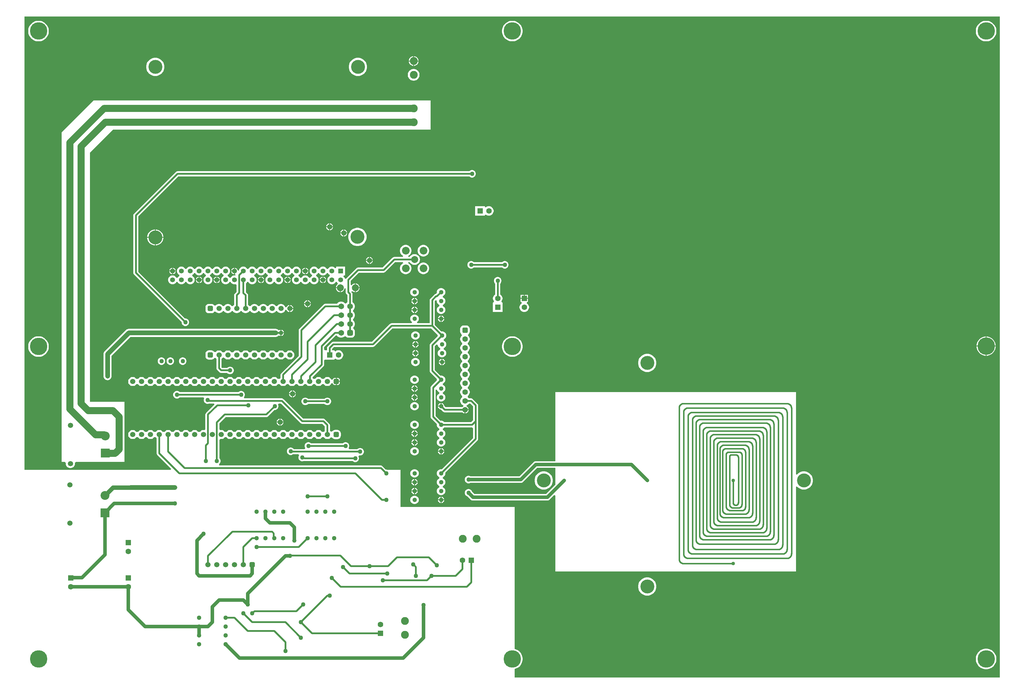
<source format=gbl>
%FSTAX23Y23*%
%MOIN*%
%SFA1B1*%

%IPPOS*%
%AMD78*
4,1,8,-0.032500,0.016200,-0.032500,-0.016200,-0.016200,-0.032500,0.016200,-0.032500,0.032500,-0.016200,0.032500,0.016200,0.016200,0.032500,-0.016200,0.032500,-0.032500,0.016200,0.0*
1,1,0.032480,-0.016200,0.016200*
1,1,0.032480,-0.016200,-0.016200*
1,1,0.032480,0.016200,-0.016200*
1,1,0.032480,0.016200,0.016200*
%
%AMD80*
4,1,8,0.031500,-0.015700,0.031500,0.015700,0.015700,0.031500,-0.015700,0.031500,-0.031500,0.015700,-0.031500,-0.015700,-0.015700,-0.031500,0.015700,-0.031500,0.031500,-0.015700,0.0*
1,1,0.031496,0.015700,-0.015700*
1,1,0.031496,0.015700,0.015700*
1,1,0.031496,-0.015700,0.015700*
1,1,0.031496,-0.015700,-0.015700*
%
%AMD82*
4,1,8,-0.015000,-0.029900,0.015000,-0.029900,0.029900,-0.015000,0.029900,0.015000,0.015000,0.029900,-0.015000,0.029900,-0.029900,0.015000,-0.029900,-0.015000,-0.015000,-0.029900,0.0*
1,1,0.029921,-0.015000,-0.015000*
1,1,0.029921,0.015000,-0.015000*
1,1,0.029921,0.015000,0.015000*
1,1,0.029921,-0.015000,0.015000*
%
%ADD13C,0.020000*%
%ADD16C,0.015748*%
%ADD49C,0.089000*%
%ADD53C,0.079000*%
%ADD54C,0.087000*%
%ADD65C,0.078740*%
%ADD66C,0.039370*%
%ADD68R,0.100393X0.100393*%
%ADD69C,0.100393*%
%ADD70C,0.059370*%
%ADD71C,0.040000*%
%ADD72C,0.063189*%
%ADD73R,0.063189X0.063189*%
%ADD74R,0.063189X0.063189*%
%ADD75C,0.157480*%
%ADD76C,0.051181*%
%ADD77C,0.064960*%
G04~CAMADD=78~8~0.0~0.0~649.6~649.6~162.4~0.0~15~0.0~0.0~0.0~0.0~0~0.0~0.0~0.0~0.0~0~0.0~0.0~0.0~90.0~650.0~650.0*
%ADD78D78*%
%ADD79C,0.062992*%
G04~CAMADD=80~8~0.0~0.0~629.9~629.9~157.5~0.0~15~0.0~0.0~0.0~0.0~0~0.0~0.0~0.0~0.0~0~0.0~0.0~0.0~270.0~630.0~630.0*
%ADD80D80*%
%ADD81C,0.059842*%
G04~CAMADD=82~8~0.0~0.0~598.4~598.4~149.6~0.0~15~0.0~0.0~0.0~0.0~0~0.0~0.0~0.0~0.0~0~0.0~0.0~0.0~180.0~598.0~598.0*
%ADD82D82*%
%ADD83C,0.054724*%
%ADD84R,0.054724X0.054724*%
%ADD85C,0.050000*%
%ADD86C,0.059055*%
%ADD87C,0.078740*%
%ADD88C,0.196850*%
%ADD89C,0.051181*%
%ADD90C,0.054724*%
%LNmain-1*%
%LPD*%
G36*
X0312Y0288D02*
X0312D01*
X03125Y02875*
X03132Y02872*
X0314Y02871*
X03368*
X03396Y02843*
Y02793*
X03393Y02791*
X03383Y02781*
X03382Y02779*
X03367*
X03366Y02781*
X03356Y02791*
X03344Y02798*
X03331Y02801*
X03318*
X03305Y02798*
X03293Y02791*
X03283Y02781*
X03282Y02779*
X03267*
X03266Y02781*
X03256Y02791*
X03244Y02798*
X03231Y02801*
X03218*
X03205Y02798*
X03193Y02791*
X03183Y02781*
X03182Y02779*
X03167*
X03166Y02781*
X03156Y02791*
X03144Y02798*
X03131Y02801*
X03118*
X03105Y02798*
X03093Y02791*
X03083Y02781*
X03082Y02779*
X03067*
X03066Y02781*
X03056Y02791*
X03044Y02798*
X03031Y02801*
X03018*
X03005Y02798*
X02993Y02791*
X02983Y02781*
X02982Y02779*
X02967*
X02966Y02781*
X02956Y02791*
X02944Y02798*
X02931Y02801*
X02918*
X02905Y02798*
X02893Y02791*
X02883Y02781*
X02882Y02779*
X02867*
X02866Y02781*
X02856Y02791*
X02844Y02798*
X02831Y02801*
X02818*
X02805Y02798*
X02793Y02791*
X02783Y02781*
X02782Y02779*
X02767*
X02766Y02781*
X02756Y02791*
X02744Y02798*
X02731Y02801*
X02718*
X02705Y02798*
X02693Y02791*
X02683Y02781*
X02682Y02779*
X02667*
X02666Y02781*
X02656Y02791*
X02644Y02798*
X02631Y02801*
X02618*
X02605Y02798*
X02593Y02791*
X02583Y02781*
X02582Y02779*
X02567*
X02566Y02781*
X02556Y02791*
X02544Y02798*
X02531Y02801*
X02518*
X02505Y02798*
X02493Y02791*
X02483Y02781*
X02482Y02779*
X02467*
X02466Y02781*
X02456Y02791*
X02444Y02798*
X02431Y02801*
X02418*
X02405Y02798*
X02393Y02791*
X02383Y02781*
X02382Y02779*
X02367*
X02366Y02781*
X02356Y02791*
X02344Y02798*
X02331Y02801*
X02318*
X02305Y02798*
X02293Y02791*
X02283Y02781*
X02282Y02779*
X02267*
X02266Y02781*
X02256Y02791*
X02244Y02798*
X02231Y02801*
X02218*
X02215Y02801*
X02203Y02811*
Y02873*
X02276Y02946*
X02735*
X02742Y02947*
X02749Y0295*
X02754Y02955*
X02826Y03027*
X02835*
X02846Y0303*
X02856Y03035*
X02864Y03043*
X02869Y03053*
X02872Y03064*
Y03075*
X02869Y03086*
X02868Y03089*
X02875Y03101*
X02898*
X0312Y0288*
G37*
G36*
X11023Y00003D02*
X1102Y0D01*
X0554*
Y00096*
X05542Y00096*
X05559Y00102*
X05575Y0011*
X0559Y00121*
X05603Y00134*
X05614Y00149*
X05622Y00165*
X05628Y00182*
X05631Y002*
Y00219*
X05628Y00237*
X05622Y00254*
X05614Y0027*
X05603Y00285*
X0559Y00298*
X05575Y00309*
X05559Y00317*
X05542Y00323*
X0554Y00323*
Y0193*
X0425*
Y0235*
X04106*
X04095Y02352*
X04086*
X04049Y02389*
X04044Y02394*
X04037Y02397*
X0403Y02398*
X02201*
X022Y024*
X02201Y02415*
X02209Y02423*
X02214Y02433*
X02217Y02444*
Y02455*
X02214Y02466*
X02209Y02476*
X02203Y02482*
Y02688*
X02215Y02698*
X02218Y02698*
X02231*
X02244Y02701*
X02256Y02708*
X02266Y02718*
X02267Y0272*
X02282*
X02283Y02718*
X02293Y02708*
X02305Y02701*
X02318Y02698*
X02331*
X02344Y02701*
X02356Y02708*
X02366Y02718*
X02367Y0272*
X02382*
X02383Y02718*
X02393Y02708*
X02405Y02701*
X02418Y02698*
X02431*
X02444Y02701*
X02456Y02708*
X02466Y02718*
X02467Y0272*
X02482*
X02483Y02718*
X02493Y02708*
X02505Y02701*
X02518Y02698*
X02531*
X02544Y02701*
X02556Y02708*
X02566Y02718*
X02567Y0272*
X02582*
X02583Y02718*
X02593Y02708*
X02605Y02701*
X02618Y02698*
X02631*
X02644Y02701*
X02656Y02708*
X02666Y02718*
X02667Y0272*
X02682*
X02683Y02718*
X02693Y02708*
X02705Y02701*
X02718Y02698*
X02731*
X02744Y02701*
X02756Y02708*
X02766Y02718*
X02767Y0272*
X02782*
X02783Y02718*
X02793Y02708*
X02805Y02701*
X02818Y02698*
X02831*
X02844Y02701*
X02856Y02708*
X02866Y02718*
X02867Y0272*
X02882*
X02883Y02718*
X02893Y02708*
X02905Y02701*
X02918Y02698*
X02931*
X02944Y02701*
X02956Y02708*
X02966Y02718*
X02967Y0272*
X02982*
X02983Y02718*
X02993Y02708*
X03005Y02701*
X03018Y02698*
X03031*
X03044Y02701*
X03056Y02708*
X03066Y02718*
X03067Y0272*
X03082*
X03083Y02718*
X03093Y02708*
X03105Y02701*
X03118Y02698*
X03131*
X03144Y02701*
X03156Y02708*
X03166Y02718*
X03167Y0272*
X03182*
X03183Y02718*
X03193Y02708*
X03205Y02701*
X03218Y02698*
X03231*
X03244Y02701*
X03256Y02708*
X03266Y02718*
X03267Y0272*
X03282*
X03283Y02718*
X03293Y02708*
X03305Y02701*
X03318Y02698*
X03331*
X03344Y02701*
X03356Y02708*
X03366Y02718*
X03367Y0272*
X03382*
X03383Y02718*
X03393Y02708*
X03405Y02701*
X03418Y02698*
X03431*
X03444Y02701*
X03456Y02708*
X03464Y02716*
X03473Y02716*
X03479Y02714*
X03483Y02708*
X03491Y02702*
X035Y02699*
X0351Y02697*
X03539*
X03549Y02699*
X03558Y02702*
X03566Y02708*
X03572Y02716*
X03575Y02725*
X03577Y02735*
Y02764*
X03575Y02774*
X03572Y02783*
X03566Y02791*
X03558Y02797*
X03549Y028*
X03539Y02802*
X0351*
X035Y028*
X03491Y02797*
X03483Y02791*
X03479Y02785*
X03473Y02783*
X03464Y02783*
X03456Y02791*
X03453Y02793*
Y02855*
X03452Y02862*
X03449Y02869*
X03444Y02874*
Y02874*
X03399Y02919*
X03394Y02924*
X03387Y02927*
X0338Y02928*
X03151*
X02929Y03149*
X02924Y03154*
X02917Y03157*
X0291Y03158*
X02486*
X02481Y0317*
X02484Y03173*
X02489Y03183*
X02492Y03194*
Y03205*
X02489Y03216*
X02484Y03226*
X02476Y03234*
X02466Y03239*
X02455Y03242*
X02444*
X02433Y03239*
X02423Y03234*
X02417Y03228*
X01757*
X01751Y03234*
X01741Y03239*
X0173Y03242*
X01719*
X01708Y03239*
X01698Y03234*
X0169Y03226*
X01685Y03216*
X01682Y03205*
Y03194*
X01685Y03183*
X0169Y03173*
X01698Y03165*
X01708Y0316*
X01719Y03157*
X0173*
X01741Y0316*
X01751Y03165*
X01757Y03171*
X02024*
X02031Y03159*
X0203Y03156*
X02027Y03145*
Y03134*
X0203Y03123*
X02035Y03113*
X02043Y03105*
X02053Y031*
X02064Y03097*
X02075*
X02086Y031*
X02089Y03101*
X02143*
X02149Y03089*
X02055Y02994*
X0205Y02989*
X02047Y02982*
X02046Y02975*
Y02811*
X02034Y02801*
X02031Y02801*
X02018*
X02005Y02798*
X01993Y02791*
X01983Y02781*
X01982Y02779*
X01967*
X01966Y02781*
X01956Y02791*
X01944Y02798*
X01931Y02801*
X01918*
X01905Y02798*
X01893Y02791*
X01883Y02781*
X01882Y02779*
X01867*
X01866Y02781*
X01856Y02791*
X01844Y02798*
X01831Y02801*
X01818*
X01805Y02798*
X01793Y02791*
X01783Y02781*
X01782Y02779*
X01767*
X01766Y02781*
X01756Y02791*
X01744Y02798*
X01731Y02801*
X01718*
X01705Y02798*
X01693Y02791*
X01683Y02781*
X01682Y02779*
X01667*
X01666Y02781*
X01656Y02791*
X01644Y02798*
X01631Y02801*
X01618*
X01605Y02798*
X01593Y02791*
X01583Y02781*
X01582Y02779*
X01567*
X01566Y02781*
X01556Y02791*
X01544Y02798*
X01531Y02801*
X01518*
X01505Y02798*
X01493Y02791*
X01483Y02781*
X01482Y02779*
X01467*
X01466Y02781*
X01456Y02791*
X01444Y02798*
X01431Y02801*
X01418*
X01405Y02798*
X01393Y02791*
X01383Y02781*
X01382Y02779*
X01367*
X01366Y02781*
X01356Y02791*
X01344Y02798*
X01331Y02801*
X01318*
X01305Y02798*
X01293Y02791*
X01283Y02781*
X01282Y02779*
X01267*
X01266Y02781*
X01256Y02791*
X01244Y02798*
X01231Y02801*
X01218*
X01205Y02798*
X01193Y02791*
X01183Y02781*
X01176Y02769*
X01173Y02756*
Y02743*
X01176Y0273*
X01183Y02718*
X01193Y02708*
X01205Y02701*
X01218Y02698*
X01231*
X01244Y02701*
X01256Y02708*
X01266Y02718*
X01267Y0272*
X01282*
X01283Y02718*
X01293Y02708*
X01305Y02701*
X01318Y02698*
X01331*
X01344Y02701*
X01356Y02708*
X01366Y02718*
X01367Y0272*
X01382*
X01383Y02718*
X01393Y02708*
X01405Y02701*
X01418Y02698*
X01431*
X01444Y02701*
X01456Y02708*
X01466Y02718*
X01467Y0272*
X01482*
X01483Y02718*
X01493Y02708*
X01496Y02706*
Y02535*
X01497Y02527*
X015Y0252*
X01505Y02515*
X01658Y02361*
X01653Y0235*
X0*
Y0748*
X11023*
Y00003*
G37*
%LNmain-2*%
%LPC*%
G36*
X02895Y02929D02*
X02895D01*
Y02895*
X02929*
Y02895*
X02926Y02905*
X02921Y02914*
X02914Y02921*
X02905Y02926*
X02895Y02929*
G37*
G36*
X02885D02*
X02884D01*
X02874Y02926*
X02865Y02921*
X02858Y02914*
X02853Y02905*
X0285Y02895*
Y02895*
X02885*
Y02929*
G37*
G36*
X02929Y02885D02*
X02895D01*
Y0285*
X02895*
X02905Y02853*
X02914Y02858*
X02921Y02865*
X02926Y02874*
X02929Y02884*
Y02885*
G37*
G36*
X02885D02*
X0285D01*
Y02884*
X02853Y02874*
X02858Y02865*
X02865Y02858*
X02874Y02853*
X02884Y0285*
X02885*
Y02885*
G37*
G36*
X10879Y07431D02*
X1086D01*
X10842Y07428*
X10825Y07422*
X10809Y07414*
X10794Y07403*
X10781Y0739*
X1077Y07375*
X10762Y07359*
X10756Y07342*
X10753Y07324*
Y07305*
X10756Y07287*
X10762Y0727*
X1077Y07254*
X10781Y07239*
X10794Y07226*
X10809Y07215*
X10825Y07207*
X10842Y07201*
X1086Y07198*
X10879*
X10897Y07201*
X10914Y07207*
X1093Y07215*
X10945Y07226*
X10958Y07239*
X10969Y07254*
X10977Y0727*
X10983Y07287*
X10986Y07305*
Y07324*
X10983Y07342*
X10977Y07359*
X10969Y07375*
X10958Y0739*
X10945Y07403*
X1093Y07414*
X10914Y07422*
X10897Y07428*
X10879Y07431*
G37*
G36*
X05524D02*
X05505D01*
X05487Y07428*
X0547Y07422*
X05454Y07414*
X05439Y07403*
X05426Y0739*
X05415Y07375*
X05407Y07359*
X05401Y07342*
X05398Y07324*
Y07305*
X05401Y07287*
X05407Y0727*
X05415Y07254*
X05426Y07239*
X05439Y07226*
X05454Y07215*
X0547Y07207*
X05487Y07201*
X05505Y07198*
X05524*
X05542Y07201*
X05559Y07207*
X05575Y07215*
X0559Y07226*
X05603Y07239*
X05614Y07254*
X05622Y0727*
X05628Y07287*
X05631Y07305*
Y07324*
X05628Y07342*
X05622Y07359*
X05614Y07375*
X05603Y0739*
X0559Y07403*
X05575Y07414*
X05559Y07422*
X05542Y07428*
X05524Y07431*
G37*
G36*
X00169D02*
X0015D01*
X00132Y07428*
X00115Y07422*
X00099Y07414*
X00084Y07403*
X00071Y0739*
X0006Y07375*
X00052Y07359*
X00046Y07342*
X00043Y07324*
Y07305*
X00046Y07287*
X00052Y0727*
X0006Y07254*
X00071Y07239*
X00084Y07226*
X00099Y07215*
X00115Y07207*
X00132Y07201*
X0015Y07198*
X00169*
X00187Y07201*
X00204Y07207*
X0022Y07215*
X00235Y07226*
X00248Y07239*
X00259Y07254*
X00267Y0727*
X00273Y07287*
X00276Y07305*
Y07324*
X00273Y07342*
X00267Y07359*
X00259Y07375*
X00248Y0739*
X00235Y07403*
X0022Y07414*
X00204Y07422*
X00187Y07428*
X00169Y07431*
G37*
G36*
X04407Y0703D02*
X04405D01*
Y0698*
X04454*
Y06983*
X0445Y06996*
X04443Y07009*
X04433Y07019*
X04421Y07026*
X04407Y0703*
G37*
G36*
X04395D02*
X04392D01*
X04378Y07026*
X04366Y07019*
X04356Y07009*
X04349Y06996*
X04345Y06983*
Y0698*
X04395*
Y0703*
G37*
G36*
X04454Y0697D02*
X04405D01*
Y06921*
X04407*
X04421Y06925*
X04433Y06932*
X04443Y06942*
X0445Y06954*
X04454Y06968*
Y0697*
G37*
G36*
X04395D02*
X04345D01*
Y06968*
X04349Y06954*
X04356Y06942*
X04366Y06932*
X04378Y06925*
X04392Y06921*
X04395*
Y0697*
G37*
G36*
X0378Y07012D02*
X03759D01*
X0374Y07008*
X03721Y07*
X03704Y06989*
X0369Y06975*
X03679Y06958*
X03671Y06939*
X03667Y0692*
Y06899*
X03671Y0688*
X03679Y06861*
X0369Y06844*
X03704Y0683*
X03721Y06819*
X0374Y06811*
X03759Y06807*
X0378*
X03799Y06811*
X03818Y06819*
X03835Y0683*
X03849Y06844*
X0386Y06861*
X03868Y0688*
X03872Y06899*
Y0692*
X03868Y06939*
X0386Y06958*
X03849Y06975*
X03835Y06989*
X03818Y07*
X03799Y07008*
X0378Y07012*
G37*
G36*
X0149D02*
X01469D01*
X0145Y07008*
X01431Y07*
X01414Y06989*
X014Y06975*
X01389Y06958*
X01381Y06939*
X01377Y0692*
Y06899*
X01381Y0688*
X01389Y06861*
X014Y06844*
X01414Y0683*
X01431Y06819*
X0145Y06811*
X01469Y06807*
X0149*
X01509Y06811*
X01528Y06819*
X01545Y0683*
X01559Y06844*
X0157Y06861*
X01578Y0688*
X01582Y06899*
Y0692*
X01578Y06939*
X0157Y06958*
X01559Y06975*
X01545Y06989*
X01528Y07*
X01509Y07008*
X0149Y07012*
G37*
G36*
X04406Y06886D02*
X04393D01*
X0438Y06883*
X04368Y06878*
X04357Y06871*
X04348Y06862*
X04341Y06851*
X04336Y06839*
X04333Y06826*
Y06813*
X04336Y068*
X04341Y06788*
X04348Y06777*
X04357Y06768*
X04368Y06761*
X0438Y06756*
X04393Y06753*
X04406*
X04419Y06756*
X04431Y06761*
X04442Y06768*
X04451Y06777*
X04458Y06788*
X04463Y068*
X04466Y06813*
Y06826*
X04463Y06839*
X04458Y06851*
X04451Y06862*
X04442Y06871*
X04431Y06878*
X04419Y06883*
X04406Y06886*
G37*
G36*
X05065Y05742D02*
X05054D01*
X05043Y05739*
X05033Y05734*
X05027Y05728*
X0173*
X01722Y05727*
X01715Y05724*
X0171Y05719*
X0124Y05249*
X01235Y05244*
X01232Y05237*
X01231Y0523*
Y0458*
X01232Y04572*
X01235Y04565*
X0124Y0456*
X01777Y04023*
Y04014*
X0178Y04003*
X01785Y03993*
X01793Y03985*
X01803Y0398*
X01814Y03977*
X01825*
X01836Y0398*
X01846Y03985*
X01854Y03993*
X01859Y04003*
X01862Y04014*
Y04025*
X01859Y04036*
X01854Y04046*
X01846Y04054*
X01836Y04059*
X01825Y04062*
X01816*
X01288Y04591*
Y05218*
X01741Y05671*
X05027*
X05033Y05665*
X05043Y0566*
X05054Y05657*
X05065*
X05076Y0566*
X05086Y05665*
X05094Y05673*
X05099Y05683*
X05102Y05694*
Y05705*
X05099Y05716*
X05094Y05726*
X05086Y05734*
X05076Y05739*
X05065Y05742*
G37*
G36*
X05257Y05333D02*
X05242D01*
X05229Y05329*
X05217Y05322*
X05216Y05321*
X05203Y05327*
Y05333*
X05096*
Y05226*
X05203*
Y05232*
X05216Y05238*
X05217Y05237*
X05229Y0523*
X05242Y05226*
X05257*
X0527Y0523*
X05282Y05237*
X05292Y05247*
X05299Y05259*
X05303Y05272*
Y05287*
X05299Y053*
X05292Y05312*
X05282Y05322*
X0527Y05329*
X05257Y05333*
G37*
G36*
X03455Y05139D02*
X03455D01*
Y05105*
X03489*
Y05105*
X03486Y05115*
X03481Y05124*
X03474Y05131*
X03465Y05136*
X03455Y05139*
G37*
G36*
X03445D02*
X03444D01*
X03434Y05136*
X03425Y05131*
X03418Y05124*
X03413Y05115*
X0341Y05105*
Y05105*
X03445*
Y05139*
G37*
G36*
X03489Y05095D02*
X03455D01*
Y0506*
X03455*
X03465Y05063*
X03474Y05068*
X03481Y05075*
X03486Y05084*
X03489Y05094*
Y05095*
G37*
G36*
X03445D02*
X0341D01*
Y05094*
X03413Y05084*
X03418Y05075*
X03425Y05068*
X03434Y05063*
X03444Y0506*
X03445*
Y05095*
G37*
G36*
X03615Y05069D02*
X03615D01*
Y05035*
X03649*
Y05035*
X03646Y05045*
X03641Y05054*
X03634Y05061*
X03625Y05066*
X03615Y05069*
G37*
G36*
X03605D02*
X03604D01*
X03594Y05066*
X03585Y05061*
X03578Y05054*
X03573Y05045*
X0357Y05035*
Y05035*
X03605*
Y05069*
G37*
G36*
X03649Y05025D02*
X03615D01*
Y0499*
X03615*
X03625Y04993*
X03634Y04998*
X03641Y05005*
X03646Y05014*
X03649Y05024*
Y05025*
G37*
G36*
X03605D02*
X0357D01*
Y05024*
X03573Y05014*
X03578Y05005*
X03585Y04998*
X03594Y04993*
X03604Y0499*
X03605*
Y05025*
G37*
G36*
X01488Y0507D02*
X01485D01*
Y04985*
X0157*
Y04988*
X01567Y05006*
X0156Y05022*
X0155Y05037*
X01537Y0505*
X01522Y0506*
X01506Y05067*
X01488Y0507*
G37*
G36*
X01475D02*
X01471D01*
X01453Y05067*
X01437Y0506*
X01422Y0505*
X01409Y05037*
X01399Y05022*
X01392Y05006*
X01389Y04988*
Y04985*
X01475*
Y0507*
G37*
G36*
X0157Y04975D02*
X01485D01*
Y04889*
X01488*
X01506Y04892*
X01522Y04899*
X01537Y04909*
X0155Y04922*
X0156Y04937*
X01567Y04953*
X0157Y04971*
Y04975*
G37*
G36*
X01475D02*
X01389D01*
Y04971*
X01392Y04953*
X01399Y04937*
X01409Y04922*
X01422Y04909*
X01437Y04899*
X01453Y04892*
X01471Y04889*
X01475*
Y04975*
G37*
G36*
X03775Y05088D02*
X03754D01*
X03735Y05084*
X03716Y05076*
X03699Y05065*
X03685Y0505*
X03674Y05034*
X03666Y05015*
X03662Y04995*
Y04975*
X03666Y04955*
X03674Y04937*
X03685Y0492*
X03699Y04906*
X03716Y04894*
X03735Y04887*
X03754Y04883*
X03775*
X03794Y04887*
X03813Y04894*
X0383Y04906*
X03844Y0492*
X03855Y04937*
X03863Y04955*
X03867Y04975*
Y04995*
X03863Y05015*
X03855Y05034*
X03844Y0505*
X0383Y05065*
X03813Y05076*
X03794Y05084*
X03775Y05088*
G37*
G36*
X04516Y04895D02*
X04503D01*
X0449Y04892*
X04479Y04887*
X04468Y0488*
X04459Y04871*
X04452Y0486*
X04447Y04849*
X04444Y04836*
Y04823*
X04447Y0481*
X04452Y04799*
X04459Y04788*
X04468Y04779*
X04479Y04772*
X0449Y04767*
X04503Y04764*
X04516*
X04529Y04767*
X0454Y04772*
X04551Y04779*
X0456Y04788*
X04567Y04799*
X04572Y0481*
X04575Y04823*
Y04836*
X04572Y04849*
X04567Y0486*
X0456Y04871*
X04551Y0488*
X0454Y04887*
X04529Y04892*
X04516Y04895*
G37*
G36*
X03905Y04759D02*
X03905D01*
Y04725*
X03939*
Y04725*
X03936Y04735*
X03931Y04744*
X03924Y04751*
X03915Y04756*
X03905Y04759*
G37*
G36*
X03895D02*
X03894D01*
X03884Y04756*
X03875Y04751*
X03868Y04744*
X03863Y04735*
X0386Y04725*
Y04725*
X03895*
Y04759*
G37*
G36*
X05435Y04712D02*
X05424D01*
X05413Y04709*
X05403Y04704*
X05397Y04698*
X05082*
X05076Y04704*
X05066Y04709*
X05055Y04712*
X05044*
X05033Y04709*
X05023Y04704*
X05015Y04696*
X0501Y04686*
X05007Y04675*
Y04664*
X0501Y04653*
X05015Y04643*
X05023Y04635*
X05033Y0463*
X05044Y04627*
X05055*
X05066Y0463*
X05076Y04635*
X05082Y04641*
X05397*
X05403Y04635*
X05413Y0463*
X05424Y04627*
X05435*
X05446Y0463*
X05456Y04635*
X05464Y04643*
X05469Y04653*
X05472Y04664*
Y04675*
X05469Y04686*
X05464Y04696*
X05456Y04704*
X05446Y04709*
X05435Y04712*
G37*
G36*
X03939Y04715D02*
X03905D01*
Y0468*
X03905*
X03915Y04683*
X03924Y04688*
X03931Y04695*
X03936Y04704*
X03939Y04714*
Y04715*
G37*
G36*
X03895D02*
X0386D01*
Y04714*
X03863Y04704*
X03868Y04695*
X03875Y04688*
X03884Y04683*
X03894Y0468*
X03895*
Y04715*
G37*
G36*
X04316Y04895D02*
X04303D01*
X0429Y04892*
X04279Y04887*
X04268Y0488*
X04259Y04871*
X04252Y0486*
X04247Y04849*
X04244Y04836*
Y04823*
X04247Y0481*
X04252Y04799*
X04259Y04788*
X04268Y04779*
X04279Y04772*
X04281Y0477*
X04279Y04758*
X0418*
X04172Y04757*
X04165Y04754*
X0416Y04749*
X0416*
X04048Y04638*
X0377*
X03762Y04637*
X03755Y04634*
X0375Y04629*
X0375Y04629*
X0364Y04519*
X03635Y04514*
X03635Y04513*
X03621Y04514*
X0362Y04518*
X03614Y0453*
X03606Y04537*
X03607Y04543*
X03611Y0455*
X03624*
Y04649*
X03525*
Y04636*
X03518Y04632*
X03512Y04631*
X03505Y04639*
X03493Y04645*
X03481Y04649*
X03468*
X03456Y04645*
X03444Y04639*
X03435Y0463*
X03432Y04624*
X03417*
X03414Y0463*
X03405Y04639*
X03393Y04645*
X03381Y04649*
X03368*
X03356Y04645*
X03344Y04639*
X03335Y0463*
X03332Y04624*
X03317*
X03314Y0463*
X03305Y04639*
X03293Y04645*
X03281Y04649*
X03268*
X03256Y04645*
X03244Y04639*
X03235Y0463*
X03229Y04618*
X03225Y04606*
Y04593*
X03229Y04581*
X03235Y04569*
X03244Y0456*
X0325Y04557*
Y04542*
X03244Y04539*
X03235Y0453*
X03232Y04524*
X03217*
X03214Y0453*
X03205Y04539*
X03193Y04545*
X03181Y04549*
X03168*
X03156Y04545*
X03144Y04539*
X03135Y0453*
X03132Y04524*
X03117*
X03114Y0453*
X03105Y04539*
X03099Y04542*
Y04557*
X03105Y0456*
X03114Y04569*
X0312Y04581*
X03124Y04593*
Y04606*
X0312Y04618*
X03114Y0463*
X03105Y04639*
X03093Y04645*
X03081Y04649*
X03068*
X03056Y04645*
X03044Y04639*
X03035Y0463*
X03032Y04624*
X03017*
X03014Y0463*
X03005Y04639*
X02993Y04645*
X02981Y04649*
X02968*
X02956Y04645*
X02944Y04639*
X02935Y0463*
X02932Y04624*
X02917*
X02914Y0463*
X02905Y04639*
X02893Y04645*
X02881Y04649*
X02868*
X02856Y04645*
X02844Y04639*
X02835Y0463*
X02832Y04624*
X02817*
X02814Y0463*
X02805Y04639*
X02793Y04645*
X02781Y04649*
X02768*
X02756Y04645*
X02744Y04639*
X02735Y0463*
X02732Y04624*
X02717*
X02714Y0463*
X02705Y04639*
X02693Y04645*
X02681Y04649*
X02668*
X02656Y04645*
X02644Y04639*
X02635Y0463*
X02632Y04624*
X02617*
X02614Y0463*
X02605Y04639*
X02593Y04645*
X02581Y04649*
X02568*
X02556Y04645*
X02544Y04639*
X02535Y0463*
X02532Y04624*
X02517*
X02514Y0463*
X02505Y04639*
X02493Y04645*
X02481Y04649*
X02468*
X02456Y04645*
X02444Y04639*
X02435Y0463*
X02429Y04618*
X02425Y04606*
Y04602*
X02425Y04602*
X0242Y04603*
X02411Y04608*
X02409Y04614*
X02404Y04622*
X02397Y04629*
X02389Y04634*
X0238Y04637*
Y046*
Y04562*
X02381Y04563*
X02385Y0456*
X02388Y04555*
X02388Y04554*
X02381Y04549*
X02381Y04549*
X02368*
X02356Y04545*
X02344Y04539*
X02335Y0453*
X02332Y04524*
X02317*
X02314Y0453*
X02305Y04539*
X02299Y04542*
Y04557*
X02305Y0456*
X02314Y04569*
X0232Y04581*
X02324Y04593*
Y04606*
X0232Y04618*
X02314Y0463*
X02305Y04639*
X02293Y04645*
X02281Y04649*
X02268*
X02256Y04645*
X02244Y04639*
X02235Y0463*
X02232Y04624*
X02217*
X02214Y0463*
X02205Y04639*
X02193Y04645*
X02181Y04649*
X02168*
X02156Y04645*
X02144Y04639*
X02135Y0463*
X02132Y04624*
X02117*
X02114Y0463*
X02105Y04639*
X02093Y04645*
X02081Y04649*
X02068*
X02056Y04645*
X02044Y04639*
X02035Y0463*
X02032Y04624*
X02017*
X02014Y0463*
X02005Y04639*
X01993Y04645*
X01981Y04649*
X01968*
X01956Y04645*
X01944Y04639*
X01935Y0463*
X01932Y04624*
X01917*
X01914Y0463*
X01905Y04639*
X01893Y04645*
X01881Y04649*
X01868*
X01856Y04645*
X01844Y04639*
X01835Y0463*
X01832Y04624*
X01817*
X01814Y0463*
X01805Y04639*
X01793Y04645*
X01781Y04649*
X01768*
X01756Y04645*
X01744Y04639*
X01735Y0463*
X01729Y04618*
X01725Y04606*
Y04593*
X01729Y04581*
X01735Y04569*
X01744Y0456*
X0175Y04557*
Y04542*
X01744Y04539*
X01735Y0453*
X01732Y04524*
X01717*
X01714Y0453*
X01705Y04539*
X01693Y04545*
X01681Y04549*
X01668*
X01656Y04545*
X01644Y04539*
X01635Y0453*
X01629Y04518*
X01625Y04506*
Y04493*
X01629Y04481*
X01635Y04469*
X01644Y0446*
X01656Y04454*
X01668Y0445*
X01681*
X01693Y04454*
X01705Y0446*
X01714Y04469*
X01717Y04475*
X01732*
X01735Y04469*
X01744Y0446*
X01756Y04454*
X01768Y0445*
X01781*
X01793Y04454*
X01805Y0446*
X01814Y04469*
X01817Y04475*
X01832*
X01835Y04469*
X01844Y0446*
X01856Y04454*
X01868Y0445*
X01881*
X01893Y04454*
X01905Y0446*
X01914Y04469*
X0192Y04481*
X01924Y04493*
Y04506*
X0192Y04518*
X01914Y0453*
X01905Y04539*
X01899Y04542*
Y04557*
X01905Y0456*
X01914Y04569*
X01917Y04575*
X01932*
X01935Y04569*
X01944Y0456*
X01956Y04554*
X01968Y0455*
X01981*
X01993Y04554*
X02005Y0456*
X02014Y04569*
X02017Y04575*
X02032*
X02035Y04569*
X02044Y0456*
X0205Y04557*
Y04542*
X02044Y04539*
X02035Y0453*
X02029Y04518*
X02025Y04506*
Y04493*
X02029Y04481*
X02035Y04469*
X02044Y0446*
X02056Y04454*
X02068Y0445*
X02081*
X02093Y04454*
X02105Y0446*
X02114Y04469*
X0212Y04481*
X02124Y04493*
Y04506*
X0212Y04518*
X02114Y0453*
X02105Y04539*
X02099Y04542*
Y04557*
X02105Y0456*
X02114Y04569*
X02117Y04575*
X02132*
X02135Y04569*
X02144Y0456*
X02156Y04554*
X02168Y0455*
X02181*
X02193Y04554*
X02205Y0456*
X02214Y04569*
X02217Y04575*
X02232*
X02235Y04569*
X02244Y0456*
X0225Y04557*
Y04542*
X02244Y04539*
X02235Y0453*
X02229Y04518*
X02225Y04506*
Y04493*
X02229Y04481*
X02235Y04469*
X02244Y0446*
X02256Y04454*
X02268Y0445*
X02281*
X02293Y04454*
X02305Y0446*
X02314Y04469*
X02317Y04475*
X02332*
X02335Y04469*
X02344Y0446*
X02356Y04454*
X02368Y0445*
X02381*
X02386Y04452*
X02399Y04443*
Y04364*
X0238Y04344*
X02375Y04339*
X02372Y04332*
X02371Y04325*
Y04218*
X02368Y04216*
X02358Y04206*
X02357Y04204*
X02342*
X02341Y04206*
X02331Y04216*
X02319Y04223*
X02306Y04226*
X02293*
X0228Y04223*
X02268Y04216*
X02258Y04206*
X02257Y04204*
X02242*
X02241Y04206*
X02231Y04216*
X02219Y04223*
X02206Y04226*
X02193*
X0218Y04223*
X02168Y04216*
X0216Y04208*
X02151Y04208*
X02145Y0421*
X02141Y04216*
X02133Y04222*
X02124Y04225*
X02114Y04227*
X02085*
X02075Y04225*
X02066Y04222*
X02058Y04216*
X02052Y04208*
X02049Y04199*
X02047Y04189*
Y0416*
X02049Y0415*
X02052Y04141*
X02058Y04133*
X02066Y04127*
X02075Y04124*
X02085Y04122*
X02114*
X02124Y04124*
X02133Y04127*
X02141Y04133*
X02145Y04139*
X02151Y04141*
X0216Y04141*
X02168Y04133*
X0218Y04126*
X02193Y04123*
X02206*
X02219Y04126*
X02231Y04133*
X02241Y04143*
X02242Y04145*
X02257*
X02258Y04143*
X02268Y04133*
X0228Y04126*
X02293Y04123*
X02306*
X02319Y04126*
X02331Y04133*
X02341Y04143*
X02342Y04145*
X02357*
X02358Y04143*
X02368Y04133*
X0238Y04126*
X02393Y04123*
X02406*
X02419Y04126*
X02431Y04133*
X02441Y04143*
X02442Y04145*
X02457*
X02458Y04143*
X02468Y04133*
X0248Y04126*
X02493Y04123*
X02506*
X02519Y04126*
X02531Y04133*
X02541Y04143*
X02542Y04145*
X02557*
X02558Y04143*
X02568Y04133*
X0258Y04126*
X02593Y04123*
X02606*
X02619Y04126*
X02631Y04133*
X02641Y04143*
X02642Y04145*
X02657*
X02658Y04143*
X02668Y04133*
X0268Y04126*
X02693Y04123*
X02706*
X02719Y04126*
X02731Y04133*
X02741Y04143*
X02742Y04145*
X02757*
X02758Y04143*
X02768Y04133*
X0278Y04126*
X02793Y04123*
X02806*
X02819Y04126*
X02831Y04133*
X02841Y04143*
X02842Y04145*
X02857*
X02858Y04143*
X02868Y04133*
X0288Y04126*
X02893Y04123*
X02906*
X02919Y04126*
X02931Y04133*
X02941Y04143*
X02948Y04155*
X02949Y04159*
X02962*
X02962Y04159*
X02968Y0415*
X02975Y04143*
X02984Y04137*
X02994Y04135*
X02995*
Y04175*
Y04214*
X02994*
X02984Y04212*
X02975Y04206*
X02968Y04199*
X02962Y0419*
X02962Y0419*
X02949*
X02948Y04194*
X02941Y04206*
X02931Y04216*
X02919Y04223*
X02906Y04226*
X02893*
X0288Y04223*
X02868Y04216*
X02858Y04206*
X02857Y04204*
X02842*
X02841Y04206*
X02831Y04216*
X02819Y04223*
X02806Y04226*
X02793*
X0278Y04223*
X02768Y04216*
X02758Y04206*
X02757Y04204*
X02742*
X02741Y04206*
X02731Y04216*
X02719Y04223*
X02706Y04226*
X02693*
X0268Y04223*
X02668Y04216*
X02658Y04206*
X02657Y04204*
X02642*
X02641Y04206*
X02631Y04216*
X02619Y04223*
X02606Y04226*
X02593*
X0258Y04223*
X02568Y04216*
X02558Y04206*
X02557Y04204*
X02542*
X02541Y04206*
X02531Y04216*
X02528Y04218*
Y04325*
X02527Y04332*
X02524Y04339*
X02519Y04344*
X02519Y04344*
X02503Y04361*
Y04459*
X02505Y0446*
X02514Y04469*
X02517Y04475*
X02532*
X02535Y04469*
X02544Y0446*
X02556Y04454*
X02568Y0445*
X02581*
X02593Y04454*
X02605Y0446*
X02614Y04469*
X0262Y04481*
X02624Y04493*
Y04506*
X0262Y04518*
X02614Y0453*
X02605Y04539*
X02599Y04542*
Y04557*
X02605Y0456*
X02614Y04569*
X02617Y04575*
X02632*
X02635Y04569*
X02644Y0456*
X02656Y04554*
X02668Y0455*
X02681*
X02693Y04554*
X02705Y0456*
X02714Y04569*
X02717Y04575*
X02732*
X02735Y04569*
X02744Y0456*
X0275Y04557*
Y04542*
X02744Y04539*
X02735Y0453*
X02729Y04518*
X02725Y04506*
Y04493*
X02729Y04481*
X02735Y04469*
X02744Y0446*
X02756Y04454*
X02768Y0445*
X02781*
X02793Y04454*
X02805Y0446*
X02814Y04469*
X02817Y04475*
X02832*
X02835Y04469*
X02844Y0446*
X02856Y04454*
X02868Y0445*
X02881*
X02893Y04454*
X02905Y0446*
X02914Y04469*
X0292Y04481*
X02924Y04493*
Y04506*
X0292Y04518*
X02914Y0453*
X02905Y04539*
X02899Y04542*
Y04557*
X02905Y0456*
X02914Y04569*
X02917Y04575*
X02932*
X02935Y04569*
X02944Y0456*
X02956Y04554*
X02968Y0455*
X02981*
X02993Y04554*
X03005Y0456*
X03014Y04569*
X03017Y04575*
X03032*
X03035Y04569*
X03044Y0456*
X0305Y04557*
Y04542*
X03044Y04539*
X03035Y0453*
X03029Y04518*
X03025Y04506*
Y04493*
X03029Y04481*
X03035Y04469*
X03044Y0446*
X03056Y04454*
X03068Y0445*
X03081*
X03093Y04454*
X03105Y0446*
X03114Y04469*
X03117Y04475*
X03132*
X03135Y04469*
X03144Y0446*
X03156Y04454*
X03168Y0445*
X03181*
X03193Y04454*
X03205Y0446*
X03214Y04469*
X03217Y04475*
X03232*
X03235Y04469*
X03244Y0446*
X03256Y04454*
X03268Y0445*
X03281*
X03293Y04454*
X03305Y0446*
X03314Y04469*
X0332Y04481*
X03324Y04493*
Y04506*
X0332Y04518*
X03314Y0453*
X03305Y04539*
X03299Y04542*
Y04557*
X03305Y0456*
X03314Y04569*
X03317Y04575*
X03332*
X03335Y04569*
X03344Y0456*
X03356Y04554*
X03368Y0455*
X03381*
X03393Y04554*
X03405Y0456*
X03414Y04569*
X03417Y04575*
X03432*
X03435Y04569*
X03444Y0456*
X0345Y04557*
Y04542*
X03444Y04539*
X03435Y0453*
X03429Y04518*
X03425Y04506*
Y04493*
X03429Y04481*
X03435Y04469*
X03444Y0446*
X03456Y04454*
X03468Y0445*
X03481*
X03493Y04454*
X03505Y0446*
X03514Y04469*
X03517Y04475*
X03532*
X03535Y04469*
X0354Y04464*
X0354Y0445*
X03539Y04449*
X03539Y04449*
X0353Y0444*
X03523Y04429*
X0352Y04416*
Y04415*
X0357*
Y0441*
X03575*
Y0436*
X03576*
X03589Y04363*
X036Y0437*
X03609Y04379*
X03616Y0439*
X03619Y04403*
X03631Y04402*
Y0436*
X03632Y04352*
X03635Y04345*
X0364Y0434*
X03651Y04328*
Y04246*
X03646Y04243*
X03637Y04234*
X0363Y04233*
X03629*
X03622Y04234*
X03613Y04243*
X036Y0425*
X03587Y04254*
X03572*
X03559Y0425*
X03546Y04243*
X03536Y04233*
X03533Y04228*
X034*
X03392Y04227*
X03385Y04224*
X0338Y04219*
Y04219*
X0311Y03949*
X03105Y03944*
X03102Y03937*
X03101Y0393*
Y03641*
X02905Y03444*
X029Y03439*
X02897Y03432*
X02896Y03425*
Y03393*
X02893Y03391*
X02883Y03381*
X02882Y03379*
X02867*
X02866Y03381*
X02856Y03391*
X02844Y03398*
X02831Y03401*
X02818*
X02805Y03398*
X02793Y03391*
X02783Y03381*
X02782Y03379*
X02767*
X02766Y03381*
X02756Y03391*
X02744Y03398*
X02731Y03401*
X02718*
X02705Y03398*
X02693Y03391*
X02683Y03381*
X02682Y03379*
X02667*
X02666Y03381*
X02656Y03391*
X02644Y03398*
X02631Y03401*
X02618*
X02605Y03398*
X02593Y03391*
X02583Y03381*
X02582Y03379*
X02567*
X02566Y03381*
X02556Y03391*
X02544Y03398*
X02531Y03401*
X02518*
X02505Y03398*
X02493Y03391*
X02483Y03381*
X02482Y03379*
X02467*
X02466Y03381*
X02456Y03391*
X02444Y03398*
X02431Y03401*
X02418*
X02405Y03398*
X02393Y03391*
X02383Y03381*
X02382Y03379*
X02367*
X02366Y03381*
X02356Y03391*
X02344Y03398*
X02331Y03401*
X02318*
X02305Y03398*
X02293Y03391*
X02283Y03381*
X02282Y03379*
X02267*
X02266Y03381*
X02256Y03391*
X02244Y03398*
X02231Y03401*
X02218*
X02205Y03398*
X02193Y03391*
X02183Y03381*
X02182Y03379*
X02167*
X02166Y03381*
X02156Y03391*
X02144Y03398*
X02131Y03401*
X02118*
X02105Y03398*
X02093Y03391*
X02083Y03381*
X02082Y03379*
X02067*
X02066Y03381*
X02056Y03391*
X02044Y03398*
X02031Y03401*
X02018*
X02005Y03398*
X01993Y03391*
X01983Y03381*
X01982Y03379*
X01967*
X01966Y03381*
X01956Y03391*
X01944Y03398*
X01931Y03401*
X01918*
X01905Y03398*
X01893Y03391*
X01883Y03381*
X01882Y03379*
X01867*
X01866Y03381*
X01856Y03391*
X01844Y03398*
X01831Y03401*
X01818*
X01805Y03398*
X01793Y03391*
X01783Y03381*
X01782Y03379*
X01767*
X01766Y03381*
X01756Y03391*
X01744Y03398*
X01731Y03401*
X01718*
X01705Y03398*
X01693Y03391*
X01683Y03381*
X01682Y03379*
X01667*
X01666Y03381*
X01656Y03391*
X01644Y03398*
X01631Y03401*
X01618*
X01605Y03398*
X01593Y03391*
X01583Y03381*
X01582Y03379*
X01567*
X01566Y03381*
X01556Y03391*
X01544Y03398*
X01531Y03401*
X01518*
X01505Y03398*
X01493Y03391*
X01483Y03381*
X01482Y03379*
X01467*
X01466Y03381*
X01456Y03391*
X01444Y03398*
X01431Y03401*
X01418*
X01405Y03398*
X01393Y03391*
X01383Y03381*
X01382Y03379*
X01367*
X01366Y03381*
X01356Y03391*
X01344Y03398*
X01331Y03401*
X01318*
X01305Y03398*
X01293Y03391*
X01283Y03381*
X01282Y03379*
X01267*
X01266Y03381*
X01256Y03391*
X01244Y03398*
X01231Y03401*
X01218*
X01205Y03398*
X01193Y03391*
X01183Y03381*
X01176Y03369*
X01173Y03356*
Y03343*
X01176Y0333*
X01183Y03318*
X01193Y03308*
X01205Y03301*
X01218Y03298*
X01231*
X01244Y03301*
X01256Y03308*
X01266Y03318*
X01267Y0332*
X01282*
X01283Y03318*
X01293Y03308*
X01305Y03301*
X01318Y03298*
X01331*
X01344Y03301*
X01356Y03308*
X01366Y03318*
X01367Y0332*
X01382*
X01383Y03318*
X01393Y03308*
X01405Y03301*
X01418Y03298*
X01431*
X01444Y03301*
X01456Y03308*
X01466Y03318*
X01467Y0332*
X01482*
X01483Y03318*
X01493Y03308*
X01505Y03301*
X01518Y03298*
X01531*
X01544Y03301*
X01556Y03308*
X01566Y03318*
X01567Y0332*
X01582*
X01583Y03318*
X01593Y03308*
X01605Y03301*
X01618Y03298*
X01631*
X01644Y03301*
X01656Y03308*
X01666Y03318*
X01667Y0332*
X01682*
X01683Y03318*
X01693Y03308*
X01705Y03301*
X01718Y03298*
X01731*
X01744Y03301*
X01756Y03308*
X01766Y03318*
X01767Y0332*
X01782*
X01783Y03318*
X01793Y03308*
X01805Y03301*
X01818Y03298*
X01831*
X01844Y03301*
X01856Y03308*
X01866Y03318*
X01867Y0332*
X01882*
X01883Y03318*
X01893Y03308*
X01905Y03301*
X01918Y03298*
X01931*
X01944Y03301*
X01956Y03308*
X01966Y03318*
X01967Y0332*
X01982*
X01983Y03318*
X01993Y03308*
X02005Y03301*
X02018Y03298*
X02031*
X02044Y03301*
X02056Y03308*
X02066Y03318*
X02067Y0332*
X02082*
X02083Y03318*
X02093Y03308*
X02105Y03301*
X02118Y03298*
X02131*
X02144Y03301*
X02156Y03308*
X02166Y03318*
X02167Y0332*
X02182*
X02183Y03318*
X02193Y03308*
X02205Y03301*
X02218Y03298*
X02231*
X02244Y03301*
X02256Y03308*
X02266Y03318*
X02267Y0332*
X02282*
X02283Y03318*
X02293Y03308*
X02305Y03301*
X02318Y03298*
X02331*
X02344Y03301*
X02356Y03308*
X02366Y03318*
X02367Y0332*
X02382*
X02383Y03318*
X02393Y03308*
X02405Y03301*
X02418Y03298*
X02431*
X02444Y03301*
X02456Y03308*
X02466Y03318*
X02467Y0332*
X02482*
X02483Y03318*
X02493Y03308*
X02505Y03301*
X02518Y03298*
X02531*
X02544Y03301*
X02556Y03308*
X02566Y03318*
X02567Y0332*
X02582*
X02583Y03318*
X02593Y03308*
X02605Y03301*
X02618Y03298*
X02631*
X02644Y03301*
X02656Y03308*
X02666Y03318*
X02667Y0332*
X02682*
X02683Y03318*
X02693Y03308*
X02705Y03301*
X02718Y03298*
X02731*
X02744Y03301*
X02756Y03308*
X02766Y03318*
X02767Y0332*
X02782*
X02783Y03318*
X02793Y03308*
X02805Y03301*
X02818Y03298*
X02831*
X02844Y03301*
X02856Y03308*
X02866Y03318*
X02867Y0332*
X02882*
X02883Y03318*
X02893Y03308*
X02905Y03301*
X02918Y03298*
X02931*
X02944Y03301*
X02956Y03308*
X02966Y03318*
X02967Y0332*
X02982*
X02983Y03318*
X02993Y03308*
X03005Y03301*
X03018Y03298*
X03031*
X03044Y03301*
X03056Y03308*
X03066Y03318*
X03067Y0332*
X03082*
X03083Y03318*
X03093Y03308*
X03105Y03301*
X03118Y03298*
X03131*
X03144Y03301*
X03156Y03308*
X03166Y03318*
X03167Y0332*
X03182*
X03183Y03318*
X03193Y03308*
X03205Y03301*
X03218Y03298*
X03231*
X03244Y03301*
X03256Y03308*
X03266Y03318*
X03267Y0332*
X03282*
X03283Y03318*
X03293Y03308*
X03305Y03301*
X03318Y03298*
X03331*
X03344Y03301*
X03356Y03308*
X03366Y03318*
X03367Y0332*
X03382*
X03383Y03318*
X03393Y03308*
X03405Y03301*
X03418Y03298*
X03431*
X03444Y03301*
X03456Y03308*
X03466Y03318*
X03472Y03329*
X03475Y03329*
X03485Y03328*
X03486Y03325*
X03492Y03317*
X035Y03311*
X0351Y03309*
X0352*
Y0335*
Y0339*
X0351*
X035Y03388*
X03492Y03382*
X03486Y03374*
X03485Y03372*
X03475Y0337*
X03472Y0337*
X03466Y03381*
X03456Y03391*
X03444Y03398*
X03431Y03401*
X03418*
X03405Y03398*
X03393Y03391*
X03383Y03381*
X03382Y03379*
X03367*
X03366Y03381*
X03356Y03391*
X03344Y03398*
X03331Y03401*
X03318*
X03305Y03398*
X03293Y03391*
X03283Y03381*
X03282Y03379*
X03267*
X03266Y03381*
X03258Y0339*
Y03398*
X03379Y0352*
X03379*
X03384Y03525*
X03387Y03532*
X03388Y0354*
Y03587*
X03396Y03596*
X034*
X03503*
Y03602*
X03516Y03608*
X03517Y03607*
X03529Y036*
X03542Y03596*
X03557*
X0357Y036*
X03582Y03607*
X03592Y03617*
X03599Y03629*
X03603Y03642*
Y03657*
X03599Y0367*
X03592Y03682*
X03582Y03692*
X0357Y03699*
X03557Y03703*
X03542*
X03529Y03699*
X03517Y03692*
X03516Y03691*
X03503Y03697*
Y03703*
X03478*
Y03718*
X03501Y03741*
X0394*
X03947Y03742*
X03954Y03745*
X03959Y0375*
X04161Y03951*
X04598*
X04672Y03877*
X04672Y03876*
Y03863*
X04672Y03862*
X0459Y03779*
X04585Y03774*
X04582Y03767*
X04581Y0376*
Y0347*
X04582Y03462*
X04585Y03455*
X0459Y0345*
X04662Y03377*
X04662Y03376*
Y03363*
X04662Y03362*
X046Y03299*
X04595Y03294*
X04592Y03287*
X04591Y0328*
Y0295*
X04592Y02942*
X04595Y02935*
X046Y0293*
X04662Y02867*
X04662Y02866*
Y02853*
X04665Y02841*
X04672Y0283*
X0468Y02822*
X04689Y02816*
X0469Y0281*
X04689Y02803*
X0468Y02797*
X04672Y02789*
X04665Y02778*
X04662Y02766*
Y02753*
X04665Y02741*
X04672Y0273*
X0468Y02722*
X04689Y02716*
X0469Y0271*
X04689Y02703*
X0468Y02697*
X04672Y02689*
X04665Y02678*
X04662Y02666*
Y02653*
X04665Y02641*
X04672Y0263*
X0468Y02622*
X04691Y02615*
X04703Y02612*
X04716*
X04728Y02615*
X04739Y02622*
X04747Y0263*
X04754Y02641*
X04757Y02653*
Y02666*
X04754Y02678*
X04747Y02689*
X04739Y02697*
X0473Y02703*
X04729Y0271*
X0473Y02716*
X04739Y02722*
X04747Y0273*
X04754Y02741*
X04757Y02753*
Y02766*
X04754Y02778*
X04747Y02789*
X04739Y02797*
X0473Y02803*
X04729Y0281*
X0473Y02816*
X04739Y02822*
X04747Y0283*
X04748Y02831*
X0506*
X05071Y02821*
Y02711*
X04717Y02357*
X04716Y02357*
X04703*
X04691Y02354*
X0468Y02347*
X04672Y02339*
X04665Y02328*
X04662Y02316*
Y02303*
X04665Y02291*
X04672Y0228*
X0468Y02272*
X04689Y02266*
X0469Y0226*
X04689Y02253*
X0468Y02247*
X04672Y02239*
X04665Y02228*
X04662Y02216*
Y02203*
X04665Y02191*
X04672Y0218*
X0468Y02172*
X04689Y02166*
X0469Y0216*
X04689Y02153*
X0468Y02147*
X04672Y02139*
X04665Y02128*
X04662Y02116*
Y02103*
X04665Y02091*
X04672Y0208*
X0468Y02072*
X04691Y02065*
X04703Y02062*
X04716*
X04728Y02065*
X04739Y02072*
X04747Y0208*
X04754Y02091*
X04757Y02103*
Y02116*
X04754Y02128*
X04747Y02139*
X04739Y02147*
X0473Y02153*
X04729Y0216*
X0473Y02166*
X04739Y02172*
X04747Y0218*
X04754Y02191*
X04757Y02203*
Y02216*
X04754Y02228*
X04747Y02239*
X04739Y02247*
X0473Y02253*
X04729Y0226*
X0473Y02266*
X04739Y02272*
X04747Y0228*
X04754Y02291*
X04757Y02303*
Y02316*
X04757Y02317*
X05119Y0268*
X05119Y0268*
X05124Y02685*
X05127Y02692*
X05128Y027*
Y029*
Y0308*
X05127Y03087*
X05124Y03094*
X05119Y03099*
X05119*
X05069Y03149*
X05064Y03154*
X05057Y03157*
X0505Y03158*
X05025*
X05022Y03162*
X05012Y03172*
Y03187*
X05022Y03197*
X05029Y03209*
X05033Y03222*
Y03237*
X05029Y0325*
X05022Y03262*
X05012Y03272*
Y03287*
X05022Y03297*
X05029Y03309*
X05033Y03322*
Y03337*
X05029Y0335*
X05022Y03362*
X05012Y03372*
Y03387*
X05022Y03397*
X05029Y03409*
X05033Y03422*
Y03437*
X05029Y0345*
X05022Y03462*
X05012Y03472*
Y03487*
X05022Y03497*
X05029Y03509*
X05033Y03522*
Y03537*
X05029Y0355*
X05022Y03562*
X05012Y03572*
Y03587*
X05022Y03597*
X05029Y03609*
X05033Y03622*
Y03637*
X05029Y0365*
X05022Y03662*
X05012Y03672*
Y03687*
X05022Y03697*
X05029Y03709*
X05033Y03722*
Y03737*
X05029Y0375*
X05022Y03762*
X05012Y03772*
Y03787*
X05022Y03797*
X05029Y03809*
X05033Y03822*
Y03837*
X05029Y0385*
X05022Y03862*
X05016Y03868*
X05016Y03872*
X05017Y03882*
X05018Y03884*
X05022Y03887*
X05028Y03895*
X05032Y03904*
X05033Y03914*
Y03945*
X05032Y03955*
X05028Y03964*
X05022Y03972*
X05014Y03978*
X05005Y03982*
X04995Y03983*
X04964*
X04954Y03982*
X04945Y03978*
X04937Y03972*
X04931Y03964*
X04927Y03955*
X04926Y03945*
Y03914*
X04927Y03904*
X04931Y03895*
X04937Y03887*
X04941Y03884*
X04942Y03882*
X04943Y03872*
X04943Y03868*
X04937Y03862*
X0493Y0385*
X04926Y03837*
Y03822*
X0493Y03809*
X04937Y03797*
X04947Y03787*
Y03772*
X04937Y03762*
X0493Y0375*
X04926Y03737*
Y03722*
X0493Y03709*
X04937Y03697*
X04947Y03687*
Y03672*
X04937Y03662*
X0493Y0365*
X04926Y03637*
Y03622*
X0493Y03609*
X04937Y03597*
X04947Y03587*
Y03572*
X04937Y03562*
X0493Y0355*
X04926Y03537*
Y03522*
X0493Y03509*
X04937Y03497*
X04947Y03487*
Y03472*
X04937Y03462*
X0493Y0345*
X04926Y03437*
Y03422*
X0493Y03409*
X04937Y03397*
X04947Y03387*
Y03372*
X04937Y03362*
X0493Y0335*
X04926Y03337*
Y03322*
X0493Y03309*
X04937Y03297*
X04947Y03287*
Y03272*
X04937Y03262*
X0493Y0325*
X04926Y03237*
Y03222*
X0493Y03209*
X04937Y03197*
X04947Y03187*
Y03172*
X04937Y03162*
X0493Y0315*
X04926Y03137*
Y03122*
X0493Y03109*
X04937Y03097*
X04947Y03087*
X04959Y0308*
X04959Y0308*
X0496Y03078*
X0496Y03066*
X04954Y03063*
X04949Y03058*
X04761*
X04745Y03074*
Y03074*
X04743Y03083*
X04738Y03091*
X04731Y03098*
X04723Y03103*
X04715Y03105*
Y0307*
X0471*
Y03065*
X04674*
X04676Y03056*
X04681Y03048*
X04688Y03041*
X04696Y03036*
X04705Y03034*
X04705*
X0473Y0301*
X0473Y0301*
X04735Y03005*
X04742Y03002*
X0475Y03001*
X04949*
X04954Y02996*
X04963Y02991*
X04974Y02988*
X04975*
Y0303*
X0498*
Y03035*
X05021*
Y03035*
X05018Y03046*
X05013Y03055*
X05005Y03063*
X04999Y03066*
X04999Y03078*
X05Y0308*
X05Y0308*
X05012Y03087*
X05022Y03097*
X05025Y03101*
X05038*
X05071Y03068*
Y02911*
X05048Y02888*
X04748*
X04747Y02889*
X04739Y02897*
X04728Y02904*
X04716Y02907*
X04703*
X04702Y02907*
X04648Y02961*
Y03256*
X0465Y03258*
X04665Y03252*
X04665Y03251*
X04672Y0324*
X0468Y03232*
X04689Y03226*
X0469Y0322*
X04689Y03213*
X0468Y03207*
X04672Y03199*
X04665Y03188*
X04662Y03176*
Y03163*
X04665Y03151*
X04672Y0314*
X0468Y03132*
X04691Y03125*
X04703Y03122*
X04716*
X04728Y03125*
X04739Y03132*
X04747Y0314*
X04754Y03151*
X04757Y03163*
Y03176*
X04754Y03188*
X04747Y03199*
X04739Y03207*
X0473Y03213*
X04729Y0322*
X0473Y03226*
X04739Y03232*
X04747Y0324*
X04754Y03251*
X04757Y03263*
Y03276*
X04754Y03288*
X04747Y03299*
X04739Y03307*
X0473Y03313*
X04729Y0332*
X0473Y03326*
X04739Y03332*
X04747Y0334*
X04754Y03351*
X04757Y03363*
Y03376*
X04754Y03388*
X04747Y03399*
X04739Y03407*
X04728Y03414*
X04716Y03417*
X04703*
X04702Y03417*
X04638Y03481*
Y03748*
X04659Y03769*
X04672Y03764*
Y03763*
X04675Y03751*
X04682Y0374*
X0469Y03732*
X04699Y03726*
X047Y0372*
X04699Y03713*
X0469Y03707*
X04682Y03699*
X04675Y03688*
X04672Y03676*
Y03663*
X04675Y03651*
X04682Y0364*
X0469Y03632*
X04701Y03625*
X04713Y03622*
X04726*
X04738Y03625*
X04749Y03632*
X04757Y0364*
X04764Y03651*
X04767Y03663*
Y03676*
X04764Y03688*
X04757Y03699*
X04749Y03707*
X0474Y03713*
X04739Y0372*
X0474Y03726*
X04749Y03732*
X04757Y0374*
X04764Y03751*
X04767Y03763*
Y03776*
X04764Y03788*
X04757Y03799*
X04749Y03807*
X0474Y03813*
X04739Y0382*
X0474Y03826*
X04749Y03832*
X04757Y0384*
X04764Y03851*
X04767Y03863*
Y03876*
X04764Y03888*
X04757Y03899*
X04749Y03907*
X04738Y03914*
X04726Y03917*
X04713*
X04712Y03917*
X04638Y03991*
Y04258*
X0465Y0427*
X04658Y04267*
X04662Y04264*
Y04253*
X04665Y04241*
X04672Y0423*
X0468Y04222*
X04689Y04216*
X0469Y0421*
X04689Y04203*
X0468Y04197*
X04672Y04189*
X04665Y04178*
X04662Y04166*
Y04153*
X04665Y04141*
X04672Y0413*
X0468Y04122*
X04691Y04115*
X04703Y04112*
X04716*
X04728Y04115*
X04739Y04122*
X04747Y0413*
X04754Y04141*
X04757Y04153*
Y04166*
X04754Y04178*
X04747Y04189*
X04739Y04197*
X0473Y04203*
X04729Y0421*
X0473Y04216*
X04739Y04222*
X04747Y0423*
X04754Y04241*
X04757Y04253*
Y04266*
X04754Y04278*
X04747Y04289*
X04739Y04297*
X0473Y04303*
X04729Y0431*
X0473Y04316*
X04739Y04322*
X04747Y0433*
X04754Y04341*
X04757Y04353*
Y04366*
X04754Y04378*
X04747Y04389*
X04739Y04397*
X04728Y04404*
X04716Y04407*
X04703*
X04691Y04404*
X0468Y04397*
X04672Y04389*
X04665Y04378*
X04662Y04366*
Y04353*
X04662Y04352*
X0465Y04339*
X04644Y04339*
X04637Y04336*
X04632Y04331*
X0459Y04289*
X04585Y04284*
X04582Y04277*
X04581Y0427*
Y04008*
X0444*
X04437Y0402*
X04439Y04022*
X04447Y0403*
X04454Y04041*
X04457Y04053*
Y04066*
X04454Y04078*
X04447Y04089*
X04439Y04097*
X04428Y04104*
X04416Y04107*
X04403*
X04391Y04104*
X0438Y04097*
X04372Y04089*
X04365Y04078*
X04362Y04066*
Y04053*
X04365Y04041*
X04372Y0403*
X0438Y04022*
X04382Y0402*
X04379Y04008*
X0415*
X04142Y04007*
X04135Y04004*
X0413Y03999*
X0413*
X03928Y03798*
X0349*
X03482Y03797*
X03475Y03794*
X0347Y03789*
X0347*
X0343Y03749*
X03425Y03744*
X03422Y03737*
X03421Y0373*
Y03703*
X03396*
X03388Y03712*
Y03738*
X03521Y03871*
X03534Y0387*
X03536Y03866*
X03546Y03856*
X03559Y03849*
X03572Y03845*
X03587*
X036Y03849*
X03613Y03856*
X03617Y03861*
X0362Y03861*
X03633Y0386*
X03634Y03859*
X03636Y03856*
X03644Y0385*
X03653Y03846*
X03663Y03845*
X03696*
X03706Y03846*
X03715Y0385*
X03723Y03856*
X03729Y03864*
X03733Y03873*
X03734Y03883*
Y03916*
X03733Y03926*
X03729Y03935*
X03723Y03943*
X0372Y03945*
X03719Y03946*
X03718Y03959*
X03718Y03962*
X03723Y03966*
X0373Y03979*
X03734Y03992*
Y04007*
X0373Y0402*
X03723Y04033*
X03714Y04042*
X03713Y04048*
Y04051*
X03714Y04057*
X03723Y04066*
X0373Y04079*
X03734Y04092*
Y04107*
X0373Y0412*
X03723Y04133*
X03714Y04142*
X03713Y04148*
Y04151*
X03714Y04157*
X03723Y04166*
X0373Y04179*
X03734Y04192*
Y04207*
X0373Y0422*
X03723Y04233*
X03713Y04243*
X03708Y04246*
Y0434*
X03707Y04347*
X03704Y04354*
X03699Y04359*
X03699*
X03695Y04364*
X03695Y04366*
X03709Y0437*
X0372Y04363*
X03733Y0436*
X03735*
Y0441*
Y04459*
X03733*
X0372Y04456*
X03709Y04449*
X037Y0444*
X03698Y0444*
X03688Y04444*
Y04488*
X03781Y04581*
X0406*
X04067Y04582*
X04074Y04585*
X04079Y0459*
X04191Y04701*
X04279*
X04281Y04689*
X04279Y04687*
X04268Y0468*
X04259Y04671*
X04252Y0466*
X04247Y04649*
X04244Y04636*
Y04623*
X04247Y0461*
X04252Y04599*
X04259Y04588*
X04268Y04579*
X04279Y04572*
X0429Y04567*
X04303Y04564*
X04316*
X04329Y04567*
X0434Y04572*
X04351Y04579*
X0436Y04588*
X04367Y04599*
X04372Y0461*
X04375Y04623*
Y04636*
X04372Y04649*
X04367Y0466*
X0436Y04671*
X04351Y0468*
X0434Y04687*
X04338Y04689*
X0434Y04701*
X04355*
X04355Y047*
X04362Y0469*
X0437Y04682*
X0438Y04675*
X04392Y04671*
X04403Y04668*
X04416*
X04427Y04671*
X04439Y04675*
X04449Y04682*
X04457Y0469*
X04464Y047*
X04468Y04712*
X04471Y04723*
Y04736*
X04468Y04747*
X04464Y04759*
X04457Y04769*
X04449Y04777*
X04439Y04784*
X04427Y04788*
X04416Y04791*
X04403*
X04392Y04788*
X0438Y04784*
X0437Y04777*
X04362Y04769*
X04355Y04759*
X04355Y04758*
X0434*
X04338Y0477*
X0434Y04772*
X04351Y04779*
X0436Y04788*
X04367Y04799*
X04372Y0481*
X04375Y04823*
Y04836*
X04372Y04849*
X04367Y0486*
X0436Y04871*
X04351Y0488*
X0434Y04887*
X04329Y04892*
X04316Y04895*
G37*
G36*
X0318Y04637D02*
Y04605D01*
X03212*
X03209Y04614*
X03204Y04622*
X03197Y04629*
X03189Y04634*
X0318Y04637*
G37*
G36*
X0317D02*
X0316Y04634D01*
X03152Y04629*
X03145Y04622*
X0314Y04614*
X03137Y04605*
X0317*
Y04637*
G37*
G36*
X0237D02*
X0236Y04634D01*
X02352Y04629*
X02345Y04622*
X0234Y04614*
X02337Y04605*
X0237*
Y04637*
G37*
G36*
X0168D02*
Y04605D01*
X01712*
X01709Y04614*
X01704Y04622*
X01697Y04629*
X01689Y04634*
X0168Y04637*
G37*
G36*
X0167D02*
X0166Y04634D01*
X01652Y04629*
X01645Y04622*
X0164Y04614*
X01637Y04605*
X0167*
Y04637*
G37*
G36*
X04516Y04695D02*
X04503D01*
X0449Y04692*
X04479Y04687*
X04468Y0468*
X04459Y04671*
X04452Y0466*
X04447Y04649*
X04444Y04636*
Y04623*
X04447Y0461*
X04452Y04599*
X04459Y04588*
X04468Y04579*
X04479Y04572*
X0449Y04567*
X04503Y04564*
X04516*
X04529Y04567*
X0454Y04572*
X04551Y04579*
X0456Y04588*
X04567Y04599*
X04572Y0461*
X04575Y04623*
Y04636*
X04572Y04649*
X04567Y0466*
X0456Y04671*
X04551Y0468*
X0454Y04687*
X04529Y04692*
X04516Y04695*
G37*
G36*
X03212Y04595D02*
X0318D01*
Y04562*
X03189Y04565*
X03197Y0457*
X03204Y04577*
X03209Y04585*
X03212Y04595*
G37*
G36*
X0317D02*
X03137D01*
X0314Y04585*
X03145Y04577*
X03152Y0457*
X0316Y04565*
X0317Y04562*
Y04595*
G37*
G36*
X0237D02*
X02337D01*
X0234Y04585*
X02345Y04577*
X02352Y0457*
X0236Y04565*
X0237Y04562*
Y04595*
G37*
G36*
X01712D02*
X0168D01*
Y04562*
X01689Y04565*
X01697Y0457*
X01704Y04577*
X01709Y04585*
X01712Y04595*
G37*
G36*
X0167D02*
X01637D01*
X0164Y04585*
X01645Y04577*
X01652Y0457*
X0166Y04565*
X0167Y04562*
Y04595*
G37*
G36*
X0338Y04537D02*
Y04505D01*
X03412*
X03409Y04514*
X03404Y04522*
X03397Y04529*
X03389Y04534*
X0338Y04537*
G37*
G36*
X0337D02*
X0336Y04534D01*
X03352Y04529*
X03345Y04522*
X0334Y04514*
X03337Y04505*
X0337*
Y04537*
G37*
G36*
X0298D02*
Y04505D01*
X03012*
X03009Y04514*
X03004Y04522*
X02997Y04529*
X02989Y04534*
X0298Y04537*
G37*
G36*
X0297D02*
X0296Y04534D01*
X02952Y04529*
X02945Y04522*
X0294Y04514*
X02937Y04505*
X0297*
Y04537*
G37*
G36*
X0268D02*
Y04505D01*
X02712*
X02709Y04514*
X02704Y04522*
X02697Y04529*
X02689Y04534*
X0268Y04537*
G37*
G36*
X0267D02*
X0266Y04534D01*
X02652Y04529*
X02645Y04522*
X0264Y04514*
X02637Y04505*
X0267*
Y04537*
G37*
G36*
X0218D02*
Y04505D01*
X02212*
X02209Y04514*
X02204Y04522*
X02197Y04529*
X02189Y04534*
X0218Y04537*
G37*
G36*
X0217D02*
X0216Y04534D01*
X02152Y04529*
X02145Y04522*
X0214Y04514*
X02137Y04505*
X0217*
Y04537*
G37*
G36*
X0198D02*
Y04505D01*
X02012*
X02009Y04514*
X02004Y04522*
X01997Y04529*
X01989Y04534*
X0198Y04537*
G37*
G36*
X0197D02*
X0196Y04534D01*
X01952Y04529*
X01945Y04522*
X0194Y04514*
X01937Y04505*
X0197*
Y04537*
G37*
G36*
X03412Y04495D02*
X0338D01*
Y04462*
X03389Y04465*
X03397Y0447*
X03404Y04477*
X03409Y04485*
X03412Y04495*
G37*
G36*
X0337D02*
X03337D01*
X0334Y04485*
X03345Y04477*
X03352Y0447*
X0336Y04465*
X0337Y04462*
Y04495*
G37*
G36*
X03012D02*
X0298D01*
Y04462*
X02989Y04465*
X02997Y0447*
X03004Y04477*
X03009Y04485*
X03012Y04495*
G37*
G36*
X0297D02*
X02937D01*
X0294Y04485*
X02945Y04477*
X02952Y0447*
X0296Y04465*
X0297Y04462*
Y04495*
G37*
G36*
X02712D02*
X0268D01*
Y04462*
X02689Y04465*
X02697Y0447*
X02704Y04477*
X02709Y04485*
X02712Y04495*
G37*
G36*
X0267D02*
X02637D01*
X0264Y04485*
X02645Y04477*
X02652Y0447*
X0266Y04465*
X0267Y04462*
Y04495*
G37*
G36*
X02212D02*
X0218D01*
Y04462*
X02189Y04465*
X02197Y0447*
X02204Y04477*
X02209Y04485*
X02212Y04495*
G37*
G36*
X0217D02*
X02137D01*
X0214Y04485*
X02145Y04477*
X02152Y0447*
X0216Y04465*
X0217Y04462*
Y04495*
G37*
G36*
X02012D02*
X0198D01*
Y04462*
X01989Y04465*
X01997Y0447*
X02004Y04477*
X02009Y04485*
X02012Y04495*
G37*
G36*
X0197D02*
X01937D01*
X0194Y04485*
X01945Y04477*
X01952Y0447*
X0196Y04465*
X0197Y04462*
Y04495*
G37*
G36*
X03746Y04459D02*
X03745D01*
Y04415*
X03789*
Y04416*
X03786Y04429*
X03779Y0444*
X0377Y04449*
X03759Y04456*
X03746Y04459*
G37*
G36*
X03789Y04405D02*
X03745D01*
Y0436*
X03746*
X03759Y04363*
X0377Y0437*
X03779Y04379*
X03786Y0439*
X03789Y04403*
Y04405*
G37*
G36*
X03565D02*
X0352D01*
Y04403*
X03523Y0439*
X0353Y04379*
X03539Y0437*
X0355Y04363*
X03563Y0436*
X03565*
Y04405*
G37*
G36*
X04416Y04407D02*
X04403D01*
X04391Y04404*
X0438Y04397*
X04372Y04389*
X04365Y04378*
X04362Y04366*
Y04353*
X04365Y04341*
X04372Y0433*
X0438Y04322*
X04391Y04315*
X04403Y04312*
X04416*
X04428Y04315*
X04439Y04322*
X04447Y0433*
X04454Y04341*
X04457Y04353*
Y04366*
X04454Y04378*
X04447Y04389*
X04439Y04397*
X04428Y04404*
X04416Y04407*
G37*
G36*
X05691Y04331D02*
X05655D01*
Y04295*
X05691*
Y04331*
G37*
G36*
X05645D02*
X05608D01*
Y04295*
X05645*
Y04331*
G37*
G36*
X04415Y04295D02*
Y04265D01*
X04445*
X04443Y04273*
X04438Y04281*
X04431Y04288*
X04423Y04293*
X04415Y04295*
G37*
G36*
X04405D02*
X04396Y04293D01*
X04388Y04288*
X04381Y04281*
X04376Y04273*
X04374Y04265*
X04405*
Y04295*
G37*
G36*
X03205Y04269D02*
X03205D01*
Y04235*
X03239*
Y04235*
X03236Y04245*
X03231Y04254*
X03224Y04261*
X03215Y04266*
X03205Y04269*
G37*
G36*
X03195D02*
X03194D01*
X03184Y04266*
X03175Y04261*
X03168Y04254*
X03163Y04245*
X0316Y04235*
Y04235*
X03195*
Y04269*
G37*
G36*
X04445Y04255D02*
X04415D01*
Y04224*
X04423Y04226*
X04431Y04231*
X04438Y04238*
X04443Y04246*
X04445Y04255*
G37*
G36*
X04405D02*
X04374D01*
X04376Y04246*
X04381Y04238*
X04388Y04231*
X04396Y04226*
X04405Y04224*
Y04255*
G37*
G36*
X03239Y04225D02*
X03205D01*
Y0419*
X03205*
X03215Y04193*
X03224Y04198*
X03231Y04205*
X03236Y04214*
X03239Y04224*
Y04225*
G37*
G36*
X03195D02*
X0316D01*
Y04224*
X03163Y04214*
X03168Y04205*
X03175Y04198*
X03184Y04193*
X03194Y0419*
X03195*
Y04225*
G37*
G36*
X03005Y04214D02*
X03005D01*
Y0418*
X03039*
Y0418*
X03037Y0419*
X03031Y04199*
X03024Y04206*
X03015Y04212*
X03005Y04214*
G37*
G36*
X04415Y04195D02*
Y04165D01*
X04445*
X04443Y04173*
X04438Y04181*
X04431Y04188*
X04423Y04193*
X04415Y04195*
G37*
G36*
X04405D02*
X04396Y04193D01*
X04388Y04188*
X04381Y04181*
X04376Y04173*
X04374Y04165*
X04405*
Y04195*
G37*
G36*
X05691Y04285D02*
X0565D01*
X05608*
Y04248*
X05618*
X05622Y04235*
X05617Y04232*
X05607Y04222*
X056Y0421*
X05596Y04197*
Y04182*
X056Y04169*
X05607Y04157*
X05617Y04147*
X05629Y0414*
X05642Y04136*
X05657*
X0567Y0414*
X05682Y04147*
X05692Y04157*
X05699Y04169*
X05703Y04182*
Y04197*
X05699Y0421*
X05692Y04222*
X05682Y04232*
X05677Y04235*
X05681Y04248*
X05691*
Y04285*
G37*
G36*
X05355Y04532D02*
X05344D01*
X05333Y04529*
X05323Y04524*
X05315Y04516*
X0531Y04506*
X05307Y04495*
Y04484*
X0531Y04473*
X05315Y04463*
X05321Y04457*
Y04335*
X05317Y04332*
X05307Y04322*
X053Y0431*
X05296Y04297*
Y04282*
X053Y04269*
X05307Y04257*
X05308Y04256*
X05302Y04243*
X05296*
Y04136*
X05403*
Y04243*
X05397*
X05391Y04256*
X05392Y04257*
X05399Y04269*
X05403Y04282*
Y04297*
X05399Y0431*
X05392Y04322*
X05382Y04332*
X05378Y04335*
Y04457*
X05384Y04463*
X05389Y04473*
X05392Y04484*
Y04495*
X05389Y04506*
X05384Y04516*
X05376Y04524*
X05366Y04529*
X05355Y04532*
G37*
G36*
X03039Y0417D02*
X03005D01*
Y04135*
X03005*
X03015Y04137*
X03024Y04143*
X03031Y0415*
X03037Y04159*
X03039Y04169*
Y0417*
G37*
G36*
X04445Y04155D02*
X04415D01*
Y04124*
X04423Y04126*
X04431Y04131*
X04438Y04138*
X04443Y04146*
X04445Y04155*
G37*
G36*
X04405D02*
X04374D01*
X04376Y04146*
X04381Y04138*
X04388Y04131*
X04396Y04126*
X04405Y04124*
Y04155*
G37*
G36*
X04715Y04095D02*
Y04065D01*
X04745*
X04743Y04073*
X04738Y04081*
X04731Y04088*
X04723Y04093*
X04715Y04095*
G37*
G36*
X04705D02*
X04696Y04093D01*
X04688Y04088*
X04681Y04081*
X04676Y04073*
X04674Y04065*
X04705*
Y04095*
G37*
G36*
X04745Y04055D02*
X04715D01*
Y04024*
X04723Y04026*
X04731Y04031*
X04738Y04038*
X04743Y04046*
X04745Y04055*
G37*
G36*
X04705D02*
X04674D01*
X04676Y04046*
X04681Y04038*
X04688Y04031*
X04696Y04026*
X04705Y04024*
Y04055*
G37*
G36*
X02905Y03934D02*
Y03905D01*
X02934*
X02932Y03913*
X02928Y03921*
X02921Y03928*
X02913Y03932*
X02905Y03934*
G37*
G36*
X02934Y03895D02*
X02905D01*
Y03865*
X02913Y03867*
X02921Y03871*
X02928Y03878*
X02932Y03886*
X02934Y03895*
G37*
G36*
X0284Y03945D02*
X0118D01*
X01168Y03944*
X01157Y03939*
X01147Y03932*
X00907Y03692*
X009Y03682*
X00895Y03671*
X00894Y0366*
Y0341*
X00895Y03398*
X009Y03387*
X00907Y03377*
X00917Y0337*
X00928Y03365*
X0094Y03364*
X00951Y03365*
X00962Y0337*
X00972Y03377*
X00979Y03387*
X00984Y03398*
X00985Y0341*
Y03641*
X01198Y03854*
X0284*
X02851Y03855*
X02862Y0386*
X02872Y03867*
X02875Y03871*
X02878*
X02886Y03867*
X02895Y03865*
Y039*
Y03934*
X02886Y03932*
X02878Y03928*
X02875*
X02872Y03932*
X02862Y03939*
X02851Y03944*
X0284Y03945*
G37*
G36*
X04426Y03917D02*
X04413D01*
X04401Y03914*
X0439Y03907*
X04382Y03899*
X04375Y03888*
X04372Y03876*
Y03863*
X04375Y03851*
X04382Y0384*
X0439Y03832*
X04401Y03825*
X04413Y03822*
X04426*
X04438Y03825*
X04449Y03832*
X04457Y0384*
X04464Y03851*
X04467Y03863*
Y03876*
X04464Y03888*
X04457Y03899*
X04449Y03907*
X04438Y03914*
X04426Y03917*
G37*
G36*
X04425Y03805D02*
Y03775D01*
X04455*
X04453Y03783*
X04448Y03791*
X04441Y03798*
X04433Y03803*
X04425Y03805*
G37*
G36*
X04415D02*
X04406Y03803D01*
X04398Y03798*
X04391Y03791*
X04386Y03783*
X04384Y03775*
X04415*
Y03805*
G37*
G36*
X10878Y03858D02*
X10875D01*
Y03755*
X10978*
Y03758*
X10975Y03775*
X1097Y03791*
X10962Y03806*
X10952Y0382*
X1094Y03832*
X10926Y03842*
X10911Y0385*
X10895Y03855*
X10878Y03858*
G37*
G36*
X10865D02*
X10861D01*
X10844Y03855*
X10828Y0385*
X10813Y03842*
X10799Y03832*
X10787Y0382*
X10777Y03806*
X10769Y03791*
X10764Y03775*
X10761Y03758*
Y03755*
X10865*
Y03858*
G37*
G36*
X04455Y03765D02*
X04425D01*
Y03734*
X04433Y03736*
X04441Y03741*
X04448Y03748*
X04453Y03756*
X04455Y03765*
G37*
G36*
X04415D02*
X04384D01*
X04386Y03756*
X04391Y03748*
X04398Y03741*
X04406Y03736*
X04415Y03734*
Y03765*
G37*
G36*
X04425Y03705D02*
Y03675D01*
X04455*
X04453Y03683*
X04448Y03691*
X04441Y03698*
X04433Y03703*
X04425Y03705*
G37*
G36*
X04415D02*
X04406Y03703D01*
X04398Y03698*
X04391Y03691*
X04386Y03683*
X04384Y03675*
X04415*
Y03705*
G37*
G36*
X10978Y03745D02*
X10875D01*
Y03641*
X10878*
X10895Y03644*
X10911Y03649*
X10926Y03657*
X1094Y03667*
X10952Y03679*
X10962Y03693*
X1097Y03708*
X10975Y03724*
X10978Y03741*
Y03745*
G37*
G36*
X10865D02*
X10761D01*
Y03741*
X10764Y03724*
X10769Y03708*
X10777Y03693*
X10787Y03679*
X10799Y03667*
X10813Y03657*
X10828Y03649*
X10844Y03644*
X10861Y03641*
X10865*
Y03745*
G37*
G36*
X04455Y03665D02*
X04425D01*
Y03634*
X04433Y03636*
X04441Y03641*
X04448Y03648*
X04453Y03656*
X04455Y03665*
G37*
G36*
X04415D02*
X04384D01*
X04386Y03656*
X04391Y03648*
X04398Y03641*
X04406Y03636*
X04415Y03634*
Y03665*
G37*
G36*
X05524Y03861D02*
X05505D01*
X05487Y03858*
X0547Y03852*
X05454Y03844*
X05439Y03833*
X05426Y0382*
X05415Y03805*
X05407Y03789*
X05401Y03772*
X05398Y03754*
Y03735*
X05401Y03717*
X05407Y037*
X05415Y03684*
X05426Y03669*
X05439Y03656*
X05454Y03645*
X0547Y03637*
X05487Y03631*
X05505Y03628*
X05524*
X05542Y03631*
X05559Y03637*
X05575Y03645*
X0559Y03656*
X05603Y03669*
X05614Y03684*
X05622Y037*
X05628Y03717*
X05631Y03735*
Y03754*
X05628Y03772*
X05622Y03789*
X05614Y03805*
X05603Y0382*
X0559Y03833*
X05575Y03844*
X05559Y03852*
X05542Y03858*
X05524Y03861*
G37*
G36*
X00169D02*
X0015D01*
X00132Y03858*
X00115Y03852*
X00099Y03844*
X00084Y03833*
X00071Y0382*
X0006Y03805*
X00052Y03789*
X00046Y03772*
X00043Y03754*
Y03735*
X00046Y03717*
X00052Y037*
X0006Y03684*
X00071Y03669*
X00084Y03656*
X00099Y03645*
X00115Y03637*
X00132Y03631*
X0015Y03628*
X00169*
X00187Y03631*
X00204Y03637*
X0022Y03645*
X00235Y03656*
X00248Y03669*
X00259Y03684*
X00267Y037*
X00273Y03717*
X00276Y03735*
Y03754*
X00273Y03772*
X00267Y03789*
X00259Y03805*
X00248Y0382*
X00235Y03833*
X0022Y03844*
X00204Y03852*
X00187Y03858*
X00169Y03861*
G37*
G36*
X02114Y03702D02*
X02085D01*
X02075Y037*
X02066Y03697*
X02058Y03691*
X02052Y03683*
X02049Y03674*
X02047Y03664*
Y03635*
X02049Y03625*
X02052Y03616*
X02058Y03608*
X02066Y03602*
X02075Y03599*
X02085Y03597*
X02114*
X02124Y03599*
X02133Y03602*
X02141Y03608*
X02145Y03614*
X02151Y03616*
X0216Y03616*
X02168Y03608*
X02171Y03606*
Y035*
X02172Y03492*
X02175Y03485*
X0218Y0348*
X02205Y03455*
X02205Y03455*
X0221Y0345*
X02217Y03447*
X02225Y03446*
X02292*
X02298Y0344*
X02308Y03435*
X02319Y03432*
X0233*
X02341Y03435*
X02351Y0344*
X02359Y03448*
X02364Y03458*
X02367Y03469*
Y0348*
X02364Y03491*
X02359Y03501*
X02351Y03509*
X02341Y03514*
X0233Y03517*
X02319*
X02308Y03514*
X02298Y03509*
X02292Y03503*
X02236*
X02228Y03511*
Y03606*
X02231Y03608*
X02241Y03618*
X02242Y0362*
X02257*
X02258Y03618*
X02268Y03608*
X0228Y03601*
X02293Y03598*
X02306*
X02319Y03601*
X02331Y03608*
X02341Y03618*
X02342Y0362*
X02357*
X02358Y03618*
X02368Y03608*
X0238Y03601*
X02393Y03598*
X02406*
X02419Y03601*
X02431Y03608*
X02441Y03618*
X02442Y0362*
X02457*
X02458Y03618*
X02468Y03608*
X0248Y03601*
X02493Y03598*
X02506*
X02519Y03601*
X02531Y03608*
X02541Y03618*
X02542Y0362*
X02557*
X02558Y03618*
X02568Y03608*
X0258Y03601*
X02593Y03598*
X02606*
X02619Y03601*
X02631Y03608*
X02641Y03618*
X02642Y0362*
X02657*
X02658Y03618*
X02668Y03608*
X0268Y03601*
X02693Y03598*
X02706*
X02719Y03601*
X02731Y03608*
X02741Y03618*
X02742Y0362*
X02757*
X02758Y03618*
X02768Y03608*
X0278Y03601*
X02793Y03598*
X02806*
X02819Y03601*
X02831Y03608*
X02841Y03618*
X02842Y0362*
X02857*
X02858Y03618*
X02868Y03608*
X0288Y03601*
X02893Y03598*
X02906*
X02919Y03601*
X02931Y03608*
X02941Y03618*
X02942Y0362*
X02957*
X02958Y03618*
X02968Y03608*
X0298Y03601*
X02993Y03598*
X03006*
X03019Y03601*
X03031Y03608*
X03041Y03618*
X03048Y0363*
X03051Y03643*
Y03656*
X03048Y03669*
X03041Y03681*
X03031Y03691*
X03019Y03698*
X03006Y03701*
X02993*
X0298Y03698*
X02968Y03691*
X02958Y03681*
X02957Y03679*
X02942*
X02941Y03681*
X02931Y03691*
X02919Y03698*
X02906Y03701*
X02893*
X0288Y03698*
X02868Y03691*
X02858Y03681*
X02857Y03679*
X02842*
X02841Y03681*
X02831Y03691*
X02819Y03698*
X02806Y03701*
X02793*
X0278Y03698*
X02768Y03691*
X02758Y03681*
X02757Y03679*
X02742*
X02741Y03681*
X02731Y03691*
X02719Y03698*
X02706Y03701*
X02693*
X0268Y03698*
X02668Y03691*
X02658Y03681*
X02657Y03679*
X02642*
X02641Y03681*
X02631Y03691*
X02619Y03698*
X02606Y03701*
X02593*
X0258Y03698*
X02568Y03691*
X02558Y03681*
X02557Y03679*
X02542*
X02541Y03681*
X02531Y03691*
X02519Y03698*
X02506Y03701*
X02493*
X0248Y03698*
X02468Y03691*
X02458Y03681*
X02457Y03679*
X02442*
X02441Y03681*
X02431Y03691*
X02419Y03698*
X02406Y03701*
X02393*
X0238Y03698*
X02368Y03691*
X02358Y03681*
X02357Y03679*
X02342*
X02341Y03681*
X02331Y03691*
X02319Y03698*
X02306Y03701*
X02293*
X0228Y03698*
X02268Y03691*
X02258Y03681*
X02257Y03679*
X02242*
X02241Y03681*
X02231Y03691*
X02219Y03698*
X02206Y03701*
X02193*
X0218Y03698*
X02168Y03691*
X0216Y03683*
X02151Y03683*
X02145Y03685*
X02141Y03691*
X02133Y03697*
X02124Y037*
X02114Y03702*
G37*
G36*
X04725Y03605D02*
Y03575D01*
X04755*
X04753Y03583*
X04748Y03591*
X04741Y03598*
X04733Y03603*
X04725Y03605*
G37*
G36*
X04715D02*
X04706Y03603D01*
X04698Y03598*
X04691Y03591*
X04686Y03583*
X04684Y03575*
X04715*
Y03605*
G37*
G36*
X01795Y03622D02*
X01784D01*
X01773Y03619*
X01763Y03614*
X01755Y03606*
X0175Y03596*
X01747Y03585*
Y03574*
X0175Y03563*
X01755Y03553*
X01763Y03545*
X01773Y0354*
X01784Y03537*
X01795*
X01806Y0354*
X01816Y03545*
X01824Y03553*
X01829Y03563*
X01832Y03574*
Y03585*
X01829Y03596*
X01824Y03606*
X01816Y03614*
X01806Y03619*
X01795Y03622*
G37*
G36*
X01655D02*
X01644D01*
X01633Y03619*
X01623Y03614*
X01615Y03606*
X0161Y03596*
X01607Y03585*
Y03574*
X0161Y03563*
X01615Y03553*
X01623Y03545*
X01633Y0354*
X01644Y03537*
X01655*
X01666Y0354*
X01676Y03545*
X01684Y03553*
X01689Y03563*
X01692Y03574*
Y03585*
X01689Y03596*
X01684Y03606*
X01676Y03614*
X01666Y03619*
X01655Y03622*
G37*
G36*
X01555D02*
X01544D01*
X01533Y03619*
X01523Y03614*
X01515Y03606*
X0151Y03596*
X01507Y03585*
Y03574*
X0151Y03563*
X01515Y03553*
X01523Y03545*
X01533Y0354*
X01544Y03537*
X01555*
X01566Y0354*
X01576Y03545*
X01584Y03553*
X01589Y03563*
X01592Y03574*
Y03585*
X01589Y03596*
X01584Y03606*
X01576Y03614*
X01566Y03619*
X01555Y03622*
G37*
G36*
X04755Y03565D02*
X04725D01*
Y03534*
X04733Y03536*
X04741Y03541*
X04748Y03548*
X04753Y03556*
X04755Y03565*
G37*
G36*
X04715D02*
X04684D01*
X04686Y03556*
X04691Y03548*
X04698Y03541*
X04706Y03536*
X04715Y03534*
Y03565*
G37*
G36*
X04426Y03617D02*
X04413D01*
X04401Y03614*
X0439Y03607*
X04382Y03599*
X04375Y03588*
X04372Y03576*
Y03563*
X04375Y03551*
X04382Y0354*
X0439Y03532*
X04401Y03525*
X04413Y03522*
X04426*
X04438Y03525*
X04449Y03532*
X04457Y0354*
X04464Y03551*
X04467Y03563*
Y03576*
X04464Y03588*
X04457Y03599*
X04449Y03607*
X04438Y03614*
X04426Y03617*
G37*
G36*
X0705Y03662D02*
X07029D01*
X0701Y03658*
X06991Y0365*
X06974Y03639*
X0696Y03625*
X06949Y03608*
X06941Y03589*
X06937Y0357*
Y03549*
X06941Y0353*
X06949Y03511*
X0696Y03494*
X06974Y0348*
X06991Y03469*
X0701Y03461*
X07029Y03457*
X0705*
X07069Y03461*
X07088Y03469*
X07105Y0348*
X07119Y03494*
X0713Y03511*
X07138Y0353*
X07142Y03549*
Y0357*
X07138Y03589*
X0713Y03608*
X07119Y03625*
X07105Y03639*
X07088Y0365*
X07069Y03658*
X0705Y03662*
G37*
G36*
X03539Y0339D02*
X0353D01*
Y03355*
X03565*
Y03364*
X03563Y03374*
X03557Y03382*
X03549Y03388*
X03539Y0339*
G37*
G36*
X04416Y03417D02*
X04403D01*
X04391Y03414*
X0438Y03407*
X04372Y03399*
X04365Y03388*
X04362Y03376*
Y03363*
X04365Y03351*
X04372Y0334*
X0438Y03332*
X04391Y03325*
X04403Y03322*
X04416*
X04428Y03325*
X04439Y03332*
X04447Y0334*
X04454Y03351*
X04457Y03363*
Y03376*
X04454Y03388*
X04447Y03399*
X04439Y03407*
X04428Y03414*
X04416Y03417*
G37*
G36*
X03565Y03345D02*
X0353D01*
Y03309*
X03539*
X03549Y03311*
X03557Y03317*
X03563Y03325*
X03565Y03335*
Y03345*
G37*
G36*
X04415Y03305D02*
Y03275D01*
X04445*
X04443Y03283*
X04438Y03291*
X04431Y03298*
X04423Y03303*
X04415Y03305*
G37*
G36*
X04405D02*
X04396Y03303D01*
X04388Y03298*
X04381Y03291*
X04376Y03283*
X04374Y03275*
X04405*
Y03305*
G37*
G36*
X04445Y03265D02*
X04415D01*
Y03234*
X04423Y03236*
X04431Y03241*
X04438Y03248*
X04443Y03256*
X04445Y03265*
G37*
G36*
X04405D02*
X04374D01*
X04376Y03256*
X04381Y03248*
X04388Y03241*
X04396Y03236*
X04405Y03234*
Y03265*
G37*
G36*
X03035Y03249D02*
X03035D01*
Y03215*
X03069*
Y03215*
X03066Y03225*
X03061Y03234*
X03054Y03241*
X03045Y03246*
X03035Y03249*
G37*
G36*
X03025D02*
X03024D01*
X03014Y03246*
X03005Y03241*
X02998Y03234*
X02993Y03225*
X0299Y03215*
Y03215*
X03025*
Y03249*
G37*
G36*
X04415Y03205D02*
Y03175D01*
X04445*
X04443Y03183*
X04438Y03191*
X04431Y03198*
X04423Y03203*
X04415Y03205*
G37*
G36*
X04405D02*
X04396Y03203D01*
X04388Y03198*
X04381Y03191*
X04376Y03183*
X04374Y03175*
X04405*
Y03205*
G37*
G36*
X03069Y03205D02*
X03035D01*
Y0317*
X03035*
X03045Y03173*
X03054Y03178*
X03061Y03185*
X03066Y03194*
X03069Y03204*
Y03205*
G37*
G36*
X03025D02*
X0299D01*
Y03204*
X02993Y03194*
X02998Y03185*
X03005Y03178*
X03014Y03173*
X03024Y0317*
X03025*
Y03205*
G37*
G36*
X0343Y03167D02*
X03419D01*
X03408Y03164*
X03398Y03159*
X03392Y03153*
X03207*
X03201Y03159*
X03191Y03164*
X0318Y03167*
X03169*
X03158Y03164*
X03148Y03159*
X0314Y03151*
X03135Y03141*
X03132Y0313*
Y03119*
X03135Y03108*
X0314Y03098*
X03148Y0309*
X03158Y03085*
X03169Y03082*
X0318*
X03191Y03085*
X03201Y0309*
X03207Y03096*
X03392*
X03398Y0309*
X03408Y03085*
X03419Y03082*
X0343*
X03441Y03085*
X03451Y0309*
X03459Y03098*
X03464Y03108*
X03467Y03119*
Y0313*
X03464Y03141*
X03459Y03151*
X03451Y03159*
X03441Y03164*
X0343Y03167*
G37*
G36*
X04445Y03165D02*
X04415D01*
Y03134*
X04423Y03136*
X04431Y03141*
X04438Y03148*
X04443Y03156*
X04445Y03165*
G37*
G36*
X04405D02*
X04374D01*
X04376Y03156*
X04381Y03148*
X04388Y03141*
X04396Y03136*
X04405Y03134*
Y03165*
G37*
G36*
X04705Y03105D02*
X04696Y03103D01*
X04688Y03098*
X04681Y03091*
X04676Y03083*
X04674Y03075*
X04705*
Y03105*
G37*
G36*
X04416Y03117D02*
X04403D01*
X04391Y03114*
X0438Y03107*
X04372Y03099*
X04365Y03088*
X04362Y03076*
Y03063*
X04365Y03051*
X04372Y0304*
X0438Y03032*
X04391Y03025*
X04403Y03022*
X04416*
X04428Y03025*
X04439Y03032*
X04447Y0304*
X04454Y03051*
X04457Y03063*
Y03076*
X04454Y03088*
X04447Y03099*
X04439Y03107*
X04428Y03114*
X04416Y03117*
G37*
G36*
X05021Y03025D02*
X04985D01*
Y02988*
X04985*
X04996Y02991*
X05005Y02996*
X05013Y03004*
X05018Y03013*
X05021Y03024*
Y03025*
G37*
G36*
X04416Y02907D02*
X04403D01*
X04391Y02904*
X0438Y02897*
X04372Y02889*
X04365Y02878*
X04362Y02866*
Y02853*
X04365Y02841*
X04372Y0283*
X0438Y02822*
X04391Y02815*
X04403Y02812*
X04416*
X04428Y02815*
X04439Y02822*
X04447Y0283*
X04454Y02841*
X04457Y02853*
Y02866*
X04454Y02878*
X04447Y02889*
X04439Y02897*
X04428Y02904*
X04416Y02907*
G37*
G36*
X04415Y02795D02*
Y02765D01*
X04445*
X04443Y02773*
X04438Y02781*
X04431Y02788*
X04423Y02793*
X04415Y02795*
G37*
G36*
X04405D02*
X04396Y02793D01*
X04388Y02788*
X04381Y02781*
X04376Y02773*
X04374Y02765*
X04405*
Y02795*
G37*
G36*
X04445Y02755D02*
X04415D01*
Y02724*
X04423Y02726*
X04431Y02731*
X04438Y02738*
X04443Y02746*
X04445Y02755*
G37*
G36*
X04405D02*
X04374D01*
X04376Y02746*
X04381Y02738*
X04388Y02731*
X04396Y02726*
X04405Y02724*
Y02755*
G37*
G36*
X04415Y02695D02*
Y02665D01*
X04445*
X04443Y02673*
X04438Y02681*
X04431Y02688*
X04423Y02693*
X04415Y02695*
G37*
G36*
X04405D02*
X04396Y02693D01*
X04388Y02688*
X04381Y02681*
X04376Y02673*
X04374Y02665*
X04405*
Y02695*
G37*
G36*
X03635Y02662D02*
X03624D01*
X03613Y02659*
X03603Y02654*
X03597Y02648*
X03242*
X03236Y02654*
X03226Y02659*
X03215Y02662*
X03204*
X03193Y02659*
X03183Y02654*
X03175Y02646*
X0317Y02636*
X03167Y02625*
Y02614*
X0317Y02603*
X03174Y02595*
X03171Y02588*
X03168Y02583*
X03046*
X03044Y02586*
X03036Y02594*
X03026Y02599*
X03015Y02602*
X03004*
X02993Y02599*
X02983Y02594*
X02975Y02586*
X0297Y02576*
X02967Y02565*
Y02554*
X0297Y02543*
X02975Y02533*
X02983Y02525*
X02993Y0252*
X03004Y02517*
X03015*
X03026Y0252*
X03036Y02525*
X03037Y02526*
X03098*
X03101Y02521*
X03104Y02514*
X031Y02506*
X03097Y02495*
Y02484*
X031Y02473*
X03105Y02463*
X03113Y02455*
X03123Y0245*
X03134Y02447*
X03145*
X03156Y0245*
X03161Y02452*
X03166Y02451*
X03707*
X03713Y02445*
X03723Y0244*
X03734Y02437*
X03745*
X03756Y0244*
X03766Y02445*
X03774Y02453*
X03779Y02463*
X03782Y02474*
Y02485*
X03779Y02496*
X03776Y02502*
X03784Y02513*
X03789Y02512*
X038*
X03811Y02515*
X03821Y0252*
X03829Y02528*
X03834Y02538*
X03837Y02549*
Y0256*
X03834Y02571*
X03829Y02581*
X03821Y02589*
X03811Y02594*
X038Y02597*
X03789*
X03778Y02594*
X03768Y02589*
X03762Y02583*
X03671*
X03668Y02588*
X03665Y02595*
X03669Y02603*
X03672Y02614*
Y02625*
X03669Y02636*
X03664Y02646*
X03656Y02654*
X03646Y02659*
X03635Y02662*
G37*
G36*
X04445Y02655D02*
X04415D01*
Y02624*
X04423Y02626*
X04431Y02631*
X04438Y02638*
X04443Y02646*
X04445Y02655*
G37*
G36*
X04405D02*
X04374D01*
X04376Y02646*
X04381Y02638*
X04388Y02631*
X04396Y02626*
X04405Y02624*
Y02655*
G37*
G36*
X04715Y02595D02*
Y02565D01*
X04745*
X04743Y02573*
X04738Y02581*
X04731Y02588*
X04723Y02593*
X04715Y02595*
G37*
G36*
X04705D02*
X04696Y02593D01*
X04688Y02588*
X04681Y02581*
X04676Y02573*
X04674Y02565*
X04705*
Y02595*
G37*
G36*
X04745Y02555D02*
X04715D01*
Y02524*
X04723Y02526*
X04731Y02531*
X04738Y02538*
X04743Y02546*
X04745Y02555*
G37*
G36*
X04705D02*
X04674D01*
X04676Y02546*
X04681Y02538*
X04688Y02531*
X04696Y02526*
X04705Y02524*
Y02555*
G37*
G36*
X04416Y02607D02*
X04403D01*
X04391Y02604*
X0438Y02597*
X04372Y02589*
X04365Y02578*
X04362Y02566*
Y02553*
X04365Y02541*
X04372Y0253*
X0438Y02522*
X04391Y02515*
X04403Y02512*
X04416*
X04428Y02515*
X04439Y02522*
X04447Y0253*
X04454Y02541*
X04457Y02553*
Y02566*
X04454Y02578*
X04447Y02589*
X04439Y02597*
X04428Y02604*
X04416Y02607*
G37*
G36*
X0459Y0653D02*
X0078D01*
X0042Y0617*
Y0244*
X00458*
X00468Y02427*
X00468Y02426*
Y02413*
X00472Y024*
X00478Y02388*
X00488Y02378*
X005Y02372*
X00513Y02368*
X00526*
X00539Y02372*
X00551Y02378*
X00561Y02388*
X00567Y024*
X00571Y02413*
Y02426*
X00571Y02427*
X00581Y0244*
X0113*
Y0312*
X0074*
Y0407*
Y0594*
X01Y062*
X0459*
Y0653*
G37*
G36*
X04416Y02357D02*
X04403D01*
X04391Y02354*
X0438Y02347*
X04372Y02339*
X04365Y02328*
X04362Y02316*
Y02303*
X04365Y02291*
X04372Y0228*
X0438Y02272*
X04391Y02265*
X04403Y02262*
X04416*
X04428Y02265*
X04439Y02272*
X04447Y0228*
X04454Y02291*
X04457Y02303*
Y02316*
X04454Y02328*
X04447Y02339*
X04439Y02347*
X04428Y02354*
X04416Y02357*
G37*
G36*
X04415Y02245D02*
Y02215D01*
X04445*
X04443Y02223*
X04438Y02231*
X04431Y02238*
X04423Y02243*
X04415Y02245*
G37*
G36*
X04405D02*
X04396Y02243D01*
X04388Y02238*
X04381Y02231*
X04376Y02223*
X04374Y02215*
X04405*
Y02245*
G37*
G36*
X04445Y02205D02*
X04415D01*
Y02174*
X04423Y02176*
X04431Y02181*
X04438Y02188*
X04443Y02196*
X04445Y02205*
G37*
G36*
X04405D02*
X04374D01*
X04376Y02196*
X04381Y02188*
X04388Y02181*
X04396Y02176*
X04405Y02174*
Y02205*
G37*
G36*
X0872Y0323D02*
X06D01*
Y02447*
X0578*
X0577Y02446*
X05761Y02442*
X05753Y02436*
X05594Y02277*
X0504*
X05036Y02279*
X05025Y02282*
X05014*
X05003Y02279*
X04993Y02274*
X04985Y02266*
X0498Y02256*
X04977Y02245*
Y02234*
X0498Y02223*
X04985Y02213*
X04993Y02205*
X05003Y022*
X05014Y02197*
X05025*
X05036Y022*
X0504Y02202*
X0561*
X05619Y02203*
X05628Y02207*
X05636Y02213*
X05795Y02372*
X06*
Y02183*
X05894Y02077*
X05085*
X05061Y02102*
X05059Y02106*
X05054Y02116*
X05046Y02124*
X05036Y02129*
X05025Y02132*
X05014*
X05003Y02129*
X04993Y02124*
X04985Y02116*
X0498Y02106*
X04977Y02095*
Y02084*
X0498Y02073*
X04985Y02063*
X04993Y02055*
X05003Y0205*
X05007Y02048*
X05043Y02013*
X05051Y02007*
X0506Y02003*
X0507Y02002*
X0591*
X05919Y02003*
X05928Y02007*
X05936Y02013*
X05988Y02064*
X06Y02059*
Y012*
X0872*
Y02158*
X08732Y02162*
X08744Y0215*
X08761Y02139*
X0878Y02131*
X08799Y02127*
X0882*
X08839Y02131*
X08858Y02139*
X08875Y0215*
X08889Y02164*
X089Y02181*
X08908Y022*
X08912Y02219*
Y0224*
X08908Y02259*
X089Y02278*
X08889Y02295*
X08875Y02309*
X08858Y0232*
X08839Y02328*
X0882Y02332*
X08799*
X0878Y02328*
X08761Y0232*
X08744Y02309*
X08732Y02297*
X0872Y02301*
Y0323*
G37*
G36*
X0588Y02332D02*
X05859D01*
X0584Y02328*
X05821Y0232*
X05804Y02309*
X0579Y02295*
X05779Y02278*
X05771Y02259*
X05767Y0224*
Y02219*
X05771Y022*
X05779Y02181*
X0579Y02164*
X05804Y0215*
X05821Y02139*
X0584Y02131*
X05859Y02127*
X0588*
X05899Y02131*
X05918Y02139*
X05935Y0215*
X05949Y02164*
X0596Y02181*
X05968Y022*
X05972Y02219*
Y0224*
X05968Y02259*
X0596Y02278*
X05949Y02295*
X05935Y02309*
X05918Y0232*
X05899Y02328*
X0588Y02332*
G37*
G36*
X04415Y02145D02*
Y02115D01*
X04445*
X04443Y02123*
X04438Y02131*
X04431Y02138*
X04423Y02143*
X04415Y02145*
G37*
G36*
X04405D02*
X04396Y02143D01*
X04388Y02138*
X04381Y02131*
X04376Y02123*
X04374Y02115*
X04405*
Y02145*
G37*
G36*
X04445Y02105D02*
X04415D01*
Y02074*
X04423Y02076*
X04431Y02081*
X04438Y02088*
X04443Y02096*
X04445Y02105*
G37*
G36*
X04405D02*
X04374D01*
X04376Y02096*
X04381Y02088*
X04388Y02081*
X04396Y02076*
X04405Y02074*
Y02105*
G37*
G36*
X04715Y02045D02*
Y02015D01*
X04745*
X04743Y02023*
X04738Y02031*
X04731Y02038*
X04723Y02043*
X04715Y02045*
G37*
G36*
X04705D02*
X04696Y02043D01*
X04688Y02038*
X04681Y02031*
X04676Y02023*
X04674Y02015*
X04705*
Y02045*
G37*
G36*
X04745Y02005D02*
X04715D01*
Y01974*
X04723Y01976*
X04731Y01981*
X04738Y01988*
X04743Y01996*
X04745Y02005*
G37*
G36*
X04705D02*
X04674D01*
X04676Y01996*
X04681Y01988*
X04688Y01981*
X04696Y01976*
X04705Y01974*
Y02005*
G37*
G36*
X04416Y02057D02*
X04403D01*
X04391Y02054*
X0438Y02047*
X04372Y02039*
X04365Y02028*
X04362Y02016*
Y02003*
X04365Y01991*
X04372Y0198*
X0438Y01972*
X04391Y01965*
X04403Y01962*
X04416*
X04428Y01965*
X04439Y01972*
X04447Y0198*
X04454Y01991*
X04457Y02003*
Y02016*
X04454Y02028*
X04447Y02039*
X04439Y02047*
X04428Y02054*
X04416Y02057*
G37*
G36*
X0705Y01132D02*
X07029D01*
X0701Y01128*
X06991Y0112*
X06974Y01109*
X0696Y01095*
X06949Y01078*
X06941Y01059*
X06937Y0104*
Y01019*
X06941Y01*
X06949Y00981*
X0696Y00964*
X06974Y0095*
X06991Y00939*
X0701Y00931*
X07029Y00927*
X0705*
X07069Y00931*
X07088Y00939*
X07105Y0095*
X07119Y00964*
X0713Y00981*
X07138Y01*
X07142Y01019*
Y0104*
X07138Y01059*
X0713Y01078*
X07119Y01095*
X07105Y01109*
X07088Y0112*
X07069Y01128*
X0705Y01132*
G37*
G36*
X10879Y00326D02*
X1086D01*
X10842Y00323*
X10825Y00317*
X10809Y00309*
X10794Y00298*
X10781Y00285*
X1077Y0027*
X10762Y00254*
X10756Y00237*
X10753Y00219*
Y002*
X10756Y00182*
X10762Y00165*
X1077Y00149*
X10781Y00134*
X10794Y00121*
X10809Y0011*
X10825Y00102*
X10842Y00096*
X1086Y00093*
X10879*
X10897Y00096*
X10914Y00102*
X1093Y0011*
X10945Y00121*
X10958Y00134*
X10969Y00149*
X10977Y00165*
X10983Y00182*
X10986Y002*
Y00219*
X10983Y00237*
X10977Y00254*
X10969Y0027*
X10958Y00285*
X10945Y00298*
X1093Y00309*
X10914Y00317*
X10897Y00323*
X10879Y00326*
G37*
%LNmain-3*%
%LPD*%
G54D13*
X0535Y0429D02*
Y0449D01*
X0126Y0458D02*
Y0523D01*
Y0458D02*
X0182Y0402D01*
X0126Y0523D02*
X0173Y057D01*
X0506*
X0505Y0467D02*
X0543D01*
X0406Y0461D02*
X0418Y0473D01*
X0441*
X0377Y0461D02*
X0406D01*
X0366Y045D02*
X0377Y0461D01*
X0366Y0436D02*
Y045D01*
Y0436D02*
X0368Y0434D01*
Y042D02*
Y0434D01*
X0284Y039D02*
X029D01*
X0471Y0231D02*
X051Y027D01*
Y029*
X0404Y0201D02*
X0409D01*
X0374Y0231D02*
X0404Y0201D01*
X0175Y0231D02*
X0374D01*
X01525Y02535D02*
Y0275D01*
Y02535D02*
X0175Y0231D01*
X0181Y0237D02*
X0403D01*
X0409Y0231*
X01625Y02555D02*
X0181Y0237D01*
X01625Y02555D02*
Y0275D01*
X0345Y0365D02*
Y0373D01*
X0349Y0377*
X0394*
X0415Y0398*
X0461*
X0368Y04D02*
Y041D01*
Y042*
Y039D02*
Y04D01*
X034Y042D02*
X0358D01*
X0313Y0393D02*
X034Y042D01*
X02925Y03425D02*
X0313Y0363D01*
Y0393*
X02925Y0335D02*
Y03425D01*
X032Y038D02*
X035Y041D01*
X0358*
X032Y036D02*
Y038D01*
X03025Y0335D02*
Y03425D01*
X032Y036*
X0353Y04D02*
X0358D01*
X0329Y0376D02*
X0353Y04D01*
X0329Y0357D02*
Y0376D01*
X03125Y0335D02*
X03129Y03354D01*
Y03409*
X0329Y0357*
X0336Y0375D02*
X0351Y039D01*
X0358*
X03229Y03409D02*
X0336Y0354D01*
Y0375*
X03225Y0335D02*
X03229Y03354D01*
Y03409*
X0471Y0307D02*
X0475Y0303D01*
X0498*
Y0313D02*
X0505D01*
X051Y0308*
Y029D02*
Y0308D01*
X0506Y0286D02*
X051Y029D01*
X0471Y0286D02*
X0506D01*
X04652Y04312D02*
X04662D01*
X0461Y0427D02*
X04652Y04312D01*
X04662D02*
X0471Y0436D01*
X0461Y0398D02*
Y0427D01*
Y0398D02*
X0472Y0387D01*
X0461Y0376D02*
X0472Y0387D01*
X0461Y0347D02*
Y0376D01*
Y0347D02*
X0471Y0337D01*
X0462Y0328D02*
X0471Y0337D01*
X0462Y0295D02*
X0471Y0286D01*
X0462Y0295D02*
Y0328D01*
X0207Y0314D02*
X0208Y0313D01*
X0291*
X0314Y029*
X0338*
X03425Y0275D02*
Y02855D01*
X0338Y029D02*
X03425Y02855D01*
X02265Y02975D02*
X02735D01*
X0283Y0307*
X0218Y0308D02*
X0253D01*
X02075Y02975D02*
X0218Y0308D01*
X02175Y02885D02*
X02265Y02975D01*
X02175Y0245D02*
Y02885D01*
X03162Y02484D02*
X03166Y0248D01*
X03145Y02484D02*
X03162D01*
X03166Y0248D02*
X0374D01*
X0314Y0249D02*
X03145Y02484D01*
X0301Y0256D02*
X03015Y02555D01*
X03795*
X0321Y0262D02*
X0363D01*
X03005Y0138D02*
X0357D01*
X03Y01375D02*
X03005Y0138D01*
X0357D02*
X0369Y0126D01*
X039*
X0411*
X0421Y0136*
X0457D02*
X0466Y0127D01*
X0421Y0136D02*
X0457D01*
X0295Y003D02*
Y004D01*
X02825Y00525D02*
X0295Y004D01*
X02525Y00525D02*
X02825D01*
X02375Y00675D02*
X02525Y00525D01*
X02275Y00675D02*
X02375D01*
X02575Y00625D02*
X0295D01*
X02475Y00725D02*
X02575Y00625D01*
X0295D02*
X03125Y0045D01*
X03075Y0075D02*
X0315Y00825D01*
X02575Y00725D02*
X026Y0075D01*
X03075*
X024Y04175D02*
Y04325D01*
X02427Y04552D02*
X02475Y046D01*
X02427Y04352D02*
Y04552D01*
X024Y04325D02*
X02427Y04352D01*
X025Y04175D02*
Y04325D01*
X02475Y0435D02*
X025Y04325D01*
X02475Y0435D02*
Y045D01*
X03175Y03125D02*
X03425D01*
X01725Y032D02*
X0245D01*
X04425Y0115D02*
Y0125D01*
X044Y01275D02*
X04425Y0125D01*
X03575Y01025D02*
X05D01*
X0455Y011D02*
X046Y0115D01*
X03475Y01125D02*
X03575Y01025D01*
X0405Y011D02*
X0455D01*
X046Y0115D02*
X04875D01*
X0505Y01075D02*
Y01325D01*
X05Y01025D02*
X0505Y01075D01*
X0495Y01225D02*
Y01325D01*
X04875Y0115D02*
X0495Y01225D01*
X036Y0125D02*
X03675Y01175D01*
X041*
X02075Y0265D02*
Y02975D01*
X0205Y02625D02*
X02075Y0265D01*
X0205Y0245D02*
Y02625D01*
X0325Y005D02*
X04025D01*
X03125Y00625D02*
X0325Y005D01*
X032Y0205D02*
X03425D01*
X02225Y03475D02*
X02325D01*
X022Y035D02*
X02225Y03475D01*
X022Y035D02*
Y0365D01*
X03425Y00925D02*
X0345D01*
X03125Y00625D02*
X03425Y00925D01*
X02625Y01475D02*
X031D01*
X032Y01575*
X02075Y01275D02*
Y01375D01*
X0235Y0165*
X028*
X02819Y0163*
Y0158D02*
X02825Y01575D01*
X02819Y0158D02*
Y0163D01*
X02575Y01575D02*
X02625D01*
X02475Y01475D02*
X02575Y01575D01*
X02475Y01275D02*
Y01475D01*
G54D16*
X0772Y0283D02*
D01*
X07716Y02829*
X07713Y02829*
X07709Y02828*
X07706Y02828*
X07702Y02826*
X07699Y02825*
X07696Y02824*
X07693Y02822*
X0769Y0282*
X07687Y02818*
X07685Y02815*
X07682Y02813*
X0768Y0281*
X07678Y02807*
X07676Y02805*
X07675Y02801*
X07673Y02798*
X07672Y02795*
X07671Y02792*
X0767Y02788*
X0767Y02785*
X0767Y02781*
X0767Y0278*
X0839D02*
D01*
X08389Y02783*
X08389Y02786*
X08388Y0279*
X08388Y02793*
X08386Y02797*
X08385Y028*
X08384Y02803*
X08382Y02806*
X0838Y02809*
X08378Y02812*
X08375Y02814*
X08373Y02817*
X0837Y02819*
X08367Y02821*
X08365Y02823*
X08361Y02824*
X08358Y02826*
X08355Y02827*
X08352Y02828*
X08348Y02829*
X08345Y02829*
X08341Y02829*
X0834Y0283*
Y0164D02*
D01*
X08343Y0164*
X08346Y0164*
X0835Y01641*
X08353Y01641*
X08357Y01643*
X0836Y01644*
X08363Y01645*
X08366Y01647*
X08369Y01649*
X08372Y01651*
X08374Y01654*
X08377Y01656*
X08379Y01659*
X08381Y01662*
X08383Y01665*
X08384Y01668*
X08386Y01671*
X08387Y01674*
X08388Y01677*
X08389Y01681*
X08389Y01684*
X08389Y01688*
X0839Y0169*
X0771D02*
D01*
X0771Y01686*
X0771Y01683*
X07711Y01679*
X07711Y01676*
X07713Y01672*
X07714Y01669*
X07715Y01666*
X07717Y01663*
X07719Y0166*
X07721Y01657*
X07724Y01655*
X07726Y01652*
X07729Y0165*
X07732Y01648*
X07735Y01646*
X07738Y01645*
X07741Y01643*
X07744Y01642*
X07747Y01641*
X07751Y0164*
X07754Y0164*
X07758Y0164*
X0776Y0164*
Y0279D02*
D01*
X07756Y02789*
X07753Y02789*
X07749Y02788*
X07746Y02788*
X07742Y02786*
X07739Y02785*
X07736Y02784*
X07733Y02782*
X0773Y0278*
X07727Y02778*
X07725Y02775*
X07722Y02773*
X0772Y0277*
X07718Y02767*
X07716Y02765*
X07715Y02761*
X07713Y02758*
X07712Y02755*
X07711Y02752*
X0771Y02748*
X0771Y02745*
X0771Y02741*
X0771Y0274*
X0835D02*
D01*
X08349Y02743*
X08349Y02746*
X08348Y0275*
X08348Y02753*
X08346Y02757*
X08345Y0276*
X08344Y02763*
X08342Y02766*
X0834Y02769*
X08338Y02772*
X08335Y02774*
X08333Y02777*
X0833Y02779*
X08327Y02781*
X08325Y02783*
X08321Y02784*
X08318Y02786*
X08315Y02787*
X08312Y02788*
X08308Y02789*
X08305Y02789*
X08301Y02789*
X083Y0279*
Y0168D02*
D01*
X08303Y0168*
X08306Y0168*
X0831Y01681*
X08313Y01681*
X08317Y01683*
X0832Y01684*
X08323Y01685*
X08326Y01687*
X08329Y01689*
X08332Y01691*
X08334Y01694*
X08337Y01696*
X08339Y01699*
X08341Y01702*
X08343Y01705*
X08344Y01708*
X08346Y01711*
X08347Y01714*
X08348Y01717*
X08349Y01721*
X08349Y01724*
X08349Y01728*
X0835Y0173*
X0801Y0198D02*
D01*
X0801Y01977*
X0801Y01975*
X0801Y01973*
X08011Y01971*
X08011Y01969*
X08012Y01967*
X08013Y01965*
X08014Y01964*
X08015Y01962*
X08017Y0196*
X08018Y01959*
X08019Y01957*
X08021Y01956*
X08023Y01955*
X08025Y01954*
X08026Y01953*
X08028Y01952*
X0803Y01951*
X08032Y0195*
X08034Y0195*
X08036Y0195*
X08038Y0195*
X0804Y0195*
D01*
X08042Y0195*
X08044Y0195*
X08046Y0195*
X08048Y01951*
X0805Y01951*
X08052Y01952*
X08054Y01953*
X08055Y01954*
X08057Y01955*
X08059Y01957*
X0806Y01958*
X08062Y01959*
X08063Y01961*
X08064Y01963*
X08065Y01965*
X08066Y01966*
X08067Y01968*
X08068Y0197*
X08069Y01972*
X08069Y01974*
X08069Y01976*
X08069Y01978*
X0807Y0198*
Y0249D02*
D01*
X08069Y02492*
X08069Y02494*
X08069Y02496*
X08068Y02498*
X08068Y025*
X08067Y02502*
X08066Y02504*
X08065Y02505*
X08064Y02507*
X08062Y02509*
X08061Y0251*
X0806Y02512*
X08058Y02513*
X08056Y02514*
X08055Y02515*
X08053Y02516*
X08051Y02517*
X08049Y02518*
X08047Y02519*
X08045Y02519*
X08043Y02519*
X08041Y02519*
X0804Y0252*
X0799D02*
D01*
X07988Y02519*
X07987Y02519*
X07985Y02519*
X07984Y02519*
X07983Y02518*
X07981Y02518*
X0798Y02517*
X07979Y02516*
X07978Y02516*
X07977Y02515*
X07976Y02514*
X07975Y02513*
X07974Y02512*
X07973Y02511*
X07972Y0251*
X07972Y02508*
X07971Y02507*
X0797Y02506*
X0797Y02504*
X0797Y02503*
X0797Y02502*
X0797Y025*
X0797Y025*
Y0196D02*
D01*
X0797Y01957*
X0797Y01954*
X0797Y01951*
X07971Y01948*
X07972Y01946*
X07973Y01943*
X07974Y01941*
X07976Y01938*
X07977Y01936*
X07979Y01934*
X07981Y01932*
X07983Y0193*
X07985Y01928*
X07987Y01926*
X0799Y01925*
X07992Y01924*
X07995Y01922*
X07997Y01921*
X08Y01921*
X08003Y0192*
X08005Y0192*
X08008Y0192*
X0801Y0192*
X0807D02*
D01*
X08072Y0192*
X08075Y0192*
X08078Y0192*
X08081Y01921*
X08083Y01922*
X08086Y01923*
X08088Y01924*
X08091Y01926*
X08093Y01927*
X08095Y01929*
X08097Y01931*
X08099Y01933*
X08101Y01935*
X08103Y01937*
X08104Y0194*
X08105Y01942*
X08107Y01945*
X08108Y01947*
X08108Y0195*
X08109Y01953*
X08109Y01955*
X08109Y01958*
X0811Y0196*
Y0252D02*
D01*
X08109Y02522*
X08109Y02524*
X08109Y02526*
X08108Y02528*
X08108Y0253*
X08107Y02532*
X08106Y02534*
X08105Y02535*
X08104Y02537*
X08102Y02539*
X08101Y0254*
X081Y02542*
X08098Y02543*
X08096Y02544*
X08095Y02545*
X08093Y02546*
X08091Y02547*
X08089Y02548*
X08087Y02549*
X08085Y02549*
X08083Y02549*
X08081Y02549*
X0808Y0255*
X0796D02*
D01*
X07957Y02549*
X07955Y02549*
X07953Y02549*
X07951Y02548*
X07949Y02548*
X07947Y02547*
X07945Y02546*
X07944Y02545*
X07942Y02544*
X0794Y02542*
X07939Y02541*
X07937Y0254*
X07936Y02538*
X07935Y02536*
X07934Y02535*
X07933Y02533*
X07932Y02531*
X07931Y02529*
X0793Y02527*
X0793Y02525*
X0793Y02523*
X0793Y02521*
X0793Y0252*
Y0194D02*
D01*
X0793Y01936*
X0793Y01933*
X07931Y01929*
X07931Y01926*
X07933Y01922*
X07934Y01919*
X07935Y01916*
X07937Y01913*
X07939Y0191*
X07941Y01907*
X07944Y01905*
X07946Y01902*
X07949Y019*
X07952Y01898*
X07955Y01896*
X07958Y01895*
X07961Y01893*
X07964Y01892*
X07967Y01891*
X07971Y0189*
X07974Y0189*
X07978Y0189*
X0798Y0189*
X0811D02*
D01*
X08112Y0189*
X08115Y0189*
X08118Y0189*
X08121Y01891*
X08123Y01892*
X08126Y01893*
X08128Y01894*
X08131Y01896*
X08133Y01897*
X08135Y01899*
X08137Y01901*
X08139Y01903*
X08141Y01905*
X08143Y01907*
X08144Y0191*
X08145Y01912*
X08147Y01915*
X08148Y01917*
X08148Y0192*
X08149Y01923*
X08149Y01925*
X08149Y01928*
X0815Y0193*
X0789Y019D02*
D01*
X0789Y01896*
X0789Y01893*
X07891Y01889*
X07891Y01886*
X07893Y01882*
X07894Y01879*
X07895Y01876*
X07897Y01873*
X07899Y0187*
X07901Y01867*
X07904Y01865*
X07906Y01862*
X07909Y0186*
X07912Y01858*
X07915Y01856*
X07918Y01855*
X07921Y01853*
X07924Y01852*
X07927Y01851*
X07931Y0185*
X07934Y0185*
X07938Y0185*
X0794Y0185*
X0814D02*
D01*
X08143Y0185*
X08146Y0185*
X0815Y01851*
X08153Y01851*
X08157Y01853*
X0816Y01854*
X08163Y01855*
X08166Y01857*
X08169Y01859*
X08172Y01861*
X08174Y01864*
X08177Y01866*
X08179Y01869*
X08181Y01872*
X08183Y01875*
X08184Y01878*
X08186Y01881*
X08187Y01884*
X08188Y01887*
X08189Y01891*
X08189Y01894*
X08189Y01898*
X0819Y019*
X0815Y0255D02*
D01*
X08149Y02552*
X08149Y02555*
X08149Y02558*
X08148Y02561*
X08147Y02563*
X08146Y02566*
X08145Y02568*
X08143Y02571*
X08142Y02573*
X0814Y02575*
X08138Y02577*
X08136Y02579*
X08134Y02581*
X08132Y02583*
X0813Y02584*
X08127Y02585*
X08124Y02587*
X08122Y02588*
X08119Y02588*
X08116Y02589*
X08114Y02589*
X08111Y02589*
X0811Y0259*
X0793D02*
D01*
X07927Y02589*
X07924Y02589*
X07921Y02589*
X07918Y02588*
X07916Y02587*
X07913Y02586*
X07911Y02585*
X07908Y02583*
X07906Y02582*
X07904Y0258*
X07902Y02578*
X079Y02576*
X07898Y02574*
X07896Y02572*
X07895Y0257*
X07894Y02567*
X07892Y02564*
X07891Y02562*
X07891Y02559*
X0789Y02556*
X0789Y02554*
X0789Y02551*
X0789Y0255*
X0819Y0258D02*
D01*
X08189Y02583*
X08189Y02586*
X08188Y0259*
X08188Y02593*
X08186Y02597*
X08185Y026*
X08184Y02603*
X08182Y02606*
X0818Y02609*
X08178Y02612*
X08175Y02614*
X08173Y02617*
X0817Y02619*
X08167Y02621*
X08165Y02623*
X08161Y02624*
X08158Y02626*
X08155Y02627*
X08152Y02628*
X08148Y02629*
X08145Y02629*
X08141Y02629*
X0814Y0263*
X0791D02*
D01*
X07906Y02629*
X07903Y02629*
X07899Y02628*
X07896Y02628*
X07892Y02626*
X07889Y02625*
X07886Y02624*
X07883Y02622*
X0788Y0262*
X07877Y02618*
X07875Y02615*
X07872Y02613*
X0787Y0261*
X07868Y02607*
X07866Y02605*
X07865Y02601*
X07863Y02598*
X07862Y02595*
X07861Y02592*
X0786Y02588*
X0786Y02585*
X0786Y02581*
X0786Y0258*
Y0186D02*
D01*
X0786Y01856*
X0786Y01853*
X07861Y01849*
X07861Y01846*
X07863Y01842*
X07864Y01839*
X07865Y01836*
X07867Y01833*
X07869Y0183*
X07871Y01827*
X07874Y01825*
X07876Y01822*
X07879Y0182*
X07882Y01818*
X07885Y01816*
X07888Y01815*
X07891Y01813*
X07894Y01812*
X07897Y01811*
X07901Y0181*
X07904Y0181*
X07908Y0181*
X0791Y0181*
X0818D02*
D01*
X08183Y0181*
X08186Y0181*
X0819Y01811*
X08193Y01811*
X08197Y01813*
X082Y01814*
X08203Y01815*
X08206Y01817*
X08209Y01819*
X08212Y01821*
X08214Y01824*
X08217Y01826*
X08219Y01829*
X08221Y01832*
X08223Y01835*
X08224Y01838*
X08226Y01841*
X08227Y01844*
X08228Y01847*
X08229Y01851*
X08229Y01854*
X08229Y01858*
X0823Y0186*
Y0262D02*
D01*
X08229Y02623*
X08229Y02626*
X08228Y0263*
X08228Y02633*
X08226Y02637*
X08225Y0264*
X08224Y02643*
X08222Y02646*
X0822Y02649*
X08218Y02652*
X08215Y02654*
X08213Y02657*
X0821Y02659*
X08207Y02661*
X08205Y02663*
X08201Y02664*
X08198Y02666*
X08195Y02667*
X08192Y02668*
X08188Y02669*
X08185Y02669*
X08181Y02669*
X0818Y0267*
X0788D02*
D01*
X07876Y02669*
X07873Y02669*
X07869Y02668*
X07866Y02668*
X07862Y02666*
X07859Y02665*
X07856Y02664*
X07853Y02662*
X0785Y0266*
X07847Y02658*
X07845Y02655*
X07842Y02653*
X0784Y0265*
X07838Y02647*
X07836Y02645*
X07835Y02641*
X07833Y02638*
X07832Y02635*
X07831Y02632*
X0783Y02628*
X0783Y02625*
X0783Y02621*
X0783Y0262*
Y0181D02*
D01*
X0783Y01806*
X0783Y01803*
X07831Y01799*
X07831Y01796*
X07833Y01792*
X07834Y01789*
X07835Y01786*
X07837Y01783*
X07839Y0178*
X07841Y01777*
X07844Y01775*
X07846Y01772*
X07849Y0177*
X07852Y01768*
X07855Y01766*
X07858Y01765*
X07861Y01763*
X07864Y01762*
X07867Y01761*
X07871Y0176*
X07874Y0176*
X07878Y0176*
X0788Y0176*
X0822D02*
D01*
X08223Y0176*
X08226Y0176*
X0823Y01761*
X08233Y01761*
X08237Y01763*
X0824Y01764*
X08243Y01765*
X08246Y01767*
X08249Y01769*
X08252Y01771*
X08254Y01774*
X08257Y01776*
X08259Y01779*
X08261Y01782*
X08263Y01785*
X08264Y01788*
X08266Y01791*
X08267Y01794*
X08268Y01797*
X08269Y01801*
X08269Y01804*
X08269Y01808*
X0827Y0181*
Y0266D02*
D01*
X08269Y02663*
X08269Y02666*
X08268Y0267*
X08268Y02673*
X08266Y02677*
X08265Y0268*
X08264Y02683*
X08262Y02686*
X0826Y02689*
X08258Y02692*
X08255Y02694*
X08253Y02697*
X0825Y02699*
X08247Y02701*
X08245Y02703*
X08241Y02704*
X08238Y02706*
X08235Y02707*
X08232Y02708*
X08228Y02709*
X08225Y02709*
X08221Y02709*
X0822Y0271*
X0784D02*
D01*
X07836Y02709*
X07833Y02709*
X07829Y02708*
X07826Y02708*
X07822Y02706*
X07819Y02705*
X07816Y02704*
X07813Y02702*
X0781Y027*
X07807Y02698*
X07805Y02695*
X07802Y02693*
X078Y0269*
X07798Y02687*
X07796Y02685*
X07795Y02681*
X07793Y02678*
X07792Y02675*
X07791Y02672*
X0779Y02668*
X0779Y02665*
X0779Y02661*
X0779Y0266*
Y0177D02*
D01*
X0779Y01766*
X0779Y01763*
X07791Y01759*
X07791Y01756*
X07793Y01752*
X07794Y01749*
X07795Y01746*
X07797Y01743*
X07799Y0174*
X07801Y01737*
X07804Y01735*
X07806Y01732*
X07809Y0173*
X07812Y01728*
X07815Y01726*
X07818Y01725*
X07821Y01723*
X07824Y01722*
X07827Y01721*
X07831Y0172*
X07834Y0172*
X07838Y0172*
X0784Y0172*
X0826D02*
D01*
X08263Y0172*
X08266Y0172*
X0827Y01721*
X08273Y01721*
X08277Y01723*
X0828Y01724*
X08283Y01725*
X08286Y01727*
X08289Y01729*
X08292Y01731*
X08294Y01734*
X08297Y01736*
X08299Y01739*
X08301Y01742*
X08303Y01745*
X08304Y01748*
X08306Y01751*
X08307Y01754*
X08308Y01757*
X08309Y01761*
X08309Y01764*
X08309Y01768*
X0831Y0177*
Y027D02*
D01*
X08309Y02703*
X08309Y02706*
X08308Y0271*
X08308Y02713*
X08306Y02717*
X08305Y0272*
X08304Y02723*
X08302Y02726*
X083Y02729*
X08298Y02732*
X08295Y02734*
X08293Y02737*
X0829Y02739*
X08287Y02741*
X08285Y02743*
X08281Y02744*
X08278Y02746*
X08275Y02747*
X08272Y02748*
X08268Y02749*
X08265Y02749*
X08261Y02749*
X0826Y0275*
X078D02*
D01*
X07796Y02749*
X07793Y02749*
X07789Y02748*
X07786Y02748*
X07782Y02746*
X07779Y02745*
X07776Y02744*
X07773Y02742*
X0777Y0274*
X07767Y02738*
X07765Y02735*
X07762Y02733*
X0776Y0273*
X07758Y02727*
X07756Y02725*
X07755Y02721*
X07753Y02718*
X07752Y02715*
X07751Y02712*
X0775Y02708*
X0775Y02705*
X0775Y02701*
X0775Y027*
Y0173D02*
D01*
X0775Y01726*
X0775Y01723*
X07751Y01719*
X07751Y01716*
X07753Y01712*
X07754Y01709*
X07755Y01706*
X07757Y01703*
X07759Y017*
X07761Y01697*
X07764Y01695*
X07766Y01692*
X07769Y0169*
X07772Y01688*
X07775Y01686*
X07778Y01685*
X07781Y01683*
X07784Y01682*
X07787Y01681*
X07791Y0168*
X07794Y0168*
X07798Y0168*
X078Y0168*
X0767Y0165D02*
D01*
X0767Y01646*
X0767Y01643*
X07671Y01639*
X07671Y01636*
X07673Y01632*
X07674Y01629*
X07675Y01626*
X07677Y01623*
X07679Y0162*
X07681Y01617*
X07684Y01615*
X07686Y01612*
X07689Y0161*
X07692Y01608*
X07695Y01606*
X07698Y01605*
X07701Y01603*
X07704Y01602*
X07707Y01601*
X07711Y016*
X07714Y016*
X07718Y016*
X0772Y016*
X0838D02*
D01*
X08383Y016*
X08386Y016*
X0839Y01601*
X08393Y01601*
X08397Y01603*
X084Y01604*
X08403Y01605*
X08406Y01607*
X08409Y01609*
X08412Y01611*
X08414Y01614*
X08417Y01616*
X08419Y01619*
X08421Y01622*
X08423Y01625*
X08424Y01628*
X08426Y01631*
X08427Y01634*
X08428Y01637*
X08429Y01641*
X08429Y01644*
X08429Y01648*
X0843Y0165*
Y0283D02*
D01*
X08429Y02833*
X08429Y02836*
X08428Y0284*
X08428Y02843*
X08426Y02847*
X08425Y0285*
X08424Y02853*
X08422Y02856*
X0842Y02859*
X08418Y02862*
X08415Y02864*
X08413Y02867*
X0841Y02869*
X08407Y02871*
X08405Y02873*
X08401Y02874*
X08398Y02876*
X08395Y02877*
X08392Y02878*
X08388Y02879*
X08385Y02879*
X08381Y02879*
X0838Y0288*
X0768D02*
D01*
X07676Y02879*
X07673Y02879*
X07669Y02878*
X07666Y02878*
X07662Y02876*
X07659Y02875*
X07656Y02874*
X07653Y02872*
X0765Y0287*
X07647Y02868*
X07645Y02865*
X07642Y02863*
X0764Y0286*
X07638Y02857*
X07636Y02855*
X07635Y02851*
X07633Y02848*
X07632Y02845*
X07631Y02842*
X0763Y02838*
X0763Y02835*
X0763Y02831*
X0763Y0283*
Y0161D02*
D01*
X0763Y01606*
X0763Y01603*
X07631Y01599*
X07631Y01596*
X07633Y01592*
X07634Y01589*
X07635Y01586*
X07637Y01583*
X07639Y0158*
X07641Y01577*
X07644Y01575*
X07646Y01572*
X07649Y0157*
X07652Y01568*
X07655Y01566*
X07658Y01565*
X07661Y01563*
X07664Y01562*
X07667Y01561*
X07671Y0156*
X07674Y0156*
X07678Y0156*
X0768Y0156*
X0842D02*
D01*
X08423Y0156*
X08426Y0156*
X0843Y01561*
X08433Y01561*
X08437Y01563*
X0844Y01564*
X08443Y01565*
X08446Y01567*
X08449Y01569*
X08452Y01571*
X08454Y01574*
X08457Y01576*
X08459Y01579*
X08461Y01582*
X08463Y01585*
X08464Y01588*
X08466Y01591*
X08467Y01594*
X08468Y01597*
X08469Y01601*
X08469Y01604*
X08469Y01608*
X0847Y0161*
Y0287D02*
D01*
X08469Y02873*
X08469Y02876*
X08468Y0288*
X08468Y02883*
X08466Y02887*
X08465Y0289*
X08464Y02893*
X08462Y02896*
X0846Y02899*
X08458Y02902*
X08455Y02904*
X08453Y02907*
X0845Y02909*
X08447Y02911*
X08445Y02913*
X08441Y02914*
X08438Y02916*
X08435Y02917*
X08432Y02918*
X08428Y02919*
X08425Y02919*
X08421Y02919*
X0842Y0292*
X0764D02*
D01*
X07636Y02919*
X07633Y02919*
X07629Y02918*
X07626Y02918*
X07622Y02916*
X07619Y02915*
X07616Y02914*
X07613Y02912*
X0761Y0291*
X07607Y02908*
X07605Y02905*
X07602Y02903*
X076Y029*
X07598Y02897*
X07596Y02895*
X07595Y02891*
X07593Y02888*
X07592Y02885*
X07591Y02882*
X0759Y02878*
X0759Y02875*
X0759Y02871*
X0759Y0287*
Y0156D02*
D01*
X0759Y01556*
X0759Y01553*
X07591Y01549*
X07591Y01546*
X07593Y01542*
X07594Y01539*
X07595Y01536*
X07597Y01533*
X07599Y0153*
X07601Y01527*
X07604Y01525*
X07606Y01522*
X07609Y0152*
X07612Y01518*
X07615Y01516*
X07618Y01515*
X07621Y01513*
X07624Y01512*
X07627Y01511*
X07631Y0151*
X07634Y0151*
X07638Y0151*
X0764Y0151*
X0847D02*
D01*
X08473Y0151*
X08476Y0151*
X0848Y01511*
X08483Y01511*
X08487Y01513*
X0849Y01514*
X08493Y01515*
X08496Y01517*
X08499Y01519*
X08502Y01521*
X08504Y01524*
X08507Y01526*
X08509Y01529*
X08511Y01532*
X08513Y01535*
X08514Y01538*
X08516Y01541*
X08517Y01544*
X08518Y01547*
X08519Y01551*
X08519Y01554*
X08519Y01558*
X0852Y0156*
Y0291D02*
D01*
X08519Y02913*
X08519Y02916*
X08518Y0292*
X08518Y02923*
X08516Y02927*
X08515Y0293*
X08514Y02933*
X08512Y02936*
X0851Y02939*
X08508Y02942*
X08505Y02944*
X08503Y02947*
X085Y02949*
X08497Y02951*
X08495Y02953*
X08491Y02954*
X08488Y02956*
X08485Y02957*
X08482Y02958*
X08478Y02959*
X08475Y02959*
X08471Y02959*
X0847Y0296*
X076D02*
D01*
X07596Y02959*
X07593Y02959*
X07589Y02958*
X07586Y02958*
X07582Y02956*
X07579Y02955*
X07576Y02954*
X07573Y02952*
X0757Y0295*
X07567Y02948*
X07565Y02945*
X07562Y02943*
X0756Y0294*
X07558Y02937*
X07556Y02935*
X07555Y02931*
X07553Y02928*
X07552Y02925*
X07551Y02922*
X0755Y02918*
X0755Y02915*
X0755Y02911*
X0755Y0291*
Y015D02*
D01*
X0755Y01496*
X0755Y01493*
X07551Y01489*
X07551Y01486*
X07553Y01482*
X07554Y01479*
X07555Y01476*
X07557Y01473*
X07559Y0147*
X07561Y01467*
X07564Y01465*
X07566Y01462*
X07569Y0146*
X07572Y01458*
X07575Y01456*
X07578Y01455*
X07581Y01453*
X07584Y01452*
X07587Y01451*
X07591Y0145*
X07594Y0145*
X07598Y0145*
X076Y0145*
X0852D02*
D01*
X08523Y0145*
X08526Y0145*
X0853Y01451*
X08533Y01451*
X08537Y01453*
X0854Y01454*
X08543Y01455*
X08546Y01457*
X08549Y01459*
X08552Y01461*
X08554Y01464*
X08557Y01466*
X08559Y01469*
X08561Y01472*
X08563Y01475*
X08564Y01478*
X08566Y01481*
X08567Y01484*
X08568Y01487*
X08569Y01491*
X08569Y01494*
X08569Y01498*
X0857Y015*
Y0295D02*
D01*
X08569Y02953*
X08569Y02956*
X08568Y0296*
X08568Y02963*
X08566Y02967*
X08565Y0297*
X08564Y02973*
X08562Y02976*
X0856Y02979*
X08558Y02982*
X08555Y02984*
X08553Y02987*
X0855Y02989*
X08547Y02991*
X08545Y02993*
X08541Y02994*
X08538Y02996*
X08535Y02997*
X08532Y02998*
X08528Y02999*
X08525Y02999*
X08521Y02999*
X0852Y03*
X0755D02*
D01*
X07546Y02999*
X07543Y02999*
X07539Y02998*
X07536Y02998*
X07532Y02996*
X07529Y02995*
X07526Y02994*
X07523Y02992*
X0752Y0299*
X07517Y02988*
X07515Y02985*
X07512Y02983*
X0751Y0298*
X07508Y02977*
X07506Y02975*
X07505Y02971*
X07503Y02968*
X07502Y02965*
X07501Y02962*
X075Y02958*
X075Y02955*
X075Y02951*
X075Y0295*
Y0145D02*
D01*
X075Y01446*
X075Y01443*
X07501Y01439*
X07501Y01436*
X07503Y01432*
X07504Y01429*
X07505Y01426*
X07507Y01423*
X07509Y0142*
X07511Y01417*
X07514Y01415*
X07516Y01412*
X07519Y0141*
X07522Y01408*
X07525Y01406*
X07528Y01405*
X07531Y01403*
X07534Y01402*
X07537Y01401*
X07541Y014*
X07544Y014*
X07548Y014*
X0755Y014*
X0857D02*
D01*
X08573Y014*
X08576Y014*
X0858Y01401*
X08583Y01401*
X08587Y01403*
X0859Y01404*
X08593Y01405*
X08596Y01407*
X08599Y01409*
X08602Y01411*
X08604Y01414*
X08607Y01416*
X08609Y01419*
X08611Y01422*
X08613Y01425*
X08614Y01428*
X08616Y01431*
X08617Y01434*
X08618Y01437*
X08619Y01441*
X08619Y01444*
X08619Y01448*
X0862Y0145*
Y03D02*
D01*
X08619Y03003*
X08619Y03006*
X08618Y0301*
X08618Y03013*
X08616Y03017*
X08615Y0302*
X08614Y03023*
X08612Y03026*
X0861Y03029*
X08608Y03032*
X08605Y03034*
X08603Y03037*
X086Y03039*
X08597Y03041*
X08595Y03043*
X08591Y03044*
X08588Y03046*
X08585Y03047*
X08582Y03048*
X08578Y03049*
X08575Y03049*
X08571Y03049*
X0857Y0305*
X075D02*
D01*
X07496Y03049*
X07493Y03049*
X07489Y03048*
X07486Y03048*
X07482Y03046*
X07479Y03045*
X07476Y03044*
X07473Y03042*
X0747Y0304*
X07467Y03038*
X07465Y03035*
X07462Y03033*
X0746Y0303*
X07458Y03027*
X07456Y03025*
X07455Y03021*
X07453Y03018*
X07452Y03015*
X07451Y03012*
X0745Y03008*
X0745Y03005*
X0745Y03001*
X0745Y03*
Y014D02*
D01*
X0745Y01396*
X0745Y01393*
X07451Y01389*
X07451Y01386*
X07453Y01382*
X07454Y01379*
X07455Y01376*
X07457Y01373*
X07459Y0137*
X07461Y01367*
X07464Y01365*
X07466Y01362*
X07469Y0136*
X07472Y01358*
X07475Y01356*
X07478Y01355*
X07481Y01353*
X07484Y01352*
X07487Y01351*
X07491Y0135*
X07494Y0135*
X07498Y0135*
X075Y0135*
X0862D02*
D01*
X08623Y0135*
X08626Y0135*
X0863Y01351*
X08633Y01351*
X08637Y01353*
X0864Y01354*
X08643Y01355*
X08646Y01357*
X08649Y01359*
X08652Y01361*
X08654Y01364*
X08657Y01366*
X08659Y01369*
X08661Y01372*
X08663Y01375*
X08664Y01378*
X08666Y01381*
X08667Y01384*
X08668Y01387*
X08669Y01391*
X08669Y01394*
X08669Y01398*
X0867Y014*
Y0305D02*
D01*
X08669Y03053*
X08669Y03056*
X08668Y0306*
X08668Y03063*
X08666Y03067*
X08665Y0307*
X08664Y03073*
X08662Y03076*
X0866Y03079*
X08658Y03082*
X08655Y03084*
X08653Y03087*
X0865Y03089*
X08647Y03091*
X08645Y03093*
X08641Y03094*
X08638Y03096*
X08635Y03097*
X08632Y03098*
X08628Y03099*
X08625Y03099*
X08621Y03099*
X0862Y031*
X0745D02*
D01*
X07446Y03099*
X07443Y03099*
X07439Y03098*
X07436Y03098*
X07432Y03096*
X07429Y03095*
X07426Y03094*
X07423Y03092*
X0742Y0309*
X07417Y03088*
X07415Y03085*
X07412Y03083*
X0741Y0308*
X07408Y03077*
X07406Y03075*
X07405Y03071*
X07403Y03068*
X07402Y03065*
X07401Y03062*
X074Y03058*
X074Y03055*
X074Y03051*
X074Y0305*
Y0134D02*
D01*
X074Y01336*
X074Y01333*
X07401Y01329*
X07401Y01326*
X07403Y01322*
X07404Y01319*
X07405Y01316*
X07407Y01313*
X07409Y0131*
X07411Y01307*
X07414Y01305*
X07416Y01302*
X07419Y013*
X07422Y01298*
X07425Y01296*
X07428Y01295*
X07431Y01293*
X07434Y01292*
X07437Y01291*
X07441Y0129*
X07444Y0129*
X07448Y0129*
X0745Y0129*
X075Y0305D02*
X0857D01*
X0745Y031D02*
X0862D01*
X0772Y0283D02*
X0834D01*
X0768Y0288D02*
X0838D01*
X0764Y0292D02*
X0842D01*
X076Y0296D02*
X0847D01*
X0755Y03D02*
X0852D01*
X0801Y0198D02*
Y0223D01*
X0799Y0252D02*
X0804D01*
X0796Y0255D02*
X0808D01*
X0788Y0267D02*
X0818D01*
X0784Y0271D02*
X0822D01*
X078Y0275D02*
X0826D01*
X0776Y0279D02*
X083D01*
X0805Y0259D02*
X081D01*
X0802D02*
X0805D01*
X0794D02*
X0802D01*
X0794D02*
X0802D01*
X0793D02*
X0794D01*
X0791Y0263D02*
X0814D01*
X0767Y0166D02*
Y0278D01*
X0839Y0169D02*
Y0278D01*
X0776Y0164D02*
X0834D01*
X0771Y0169D02*
Y0274D01*
X0835Y0173D02*
Y0274D01*
X0801Y0168D02*
X083D01*
X0807Y0198D02*
Y0248D01*
Y0249*
X0797Y0196D02*
Y025D01*
X0801Y0192D02*
X0807D01*
X0811Y0196D02*
Y0252D01*
X0793Y0194D02*
Y0252D01*
X0798Y0189D02*
X0811D01*
X0815Y0193D02*
Y0255D01*
X0789Y019D02*
Y0255D01*
X0794Y0185D02*
X0814D01*
X0805Y0259D02*
X0811D01*
X0819Y019D02*
Y0258D01*
X0786Y0186D02*
Y0258D01*
X0791Y0181D02*
X0818D01*
X0823Y0186D02*
Y0262D01*
X0783Y0181D02*
Y0262D01*
X0788Y0176D02*
X0822D01*
X0827Y0181D02*
Y0266D01*
X0779Y0177D02*
Y0266D01*
X0784Y0172D02*
X0826D01*
X0831Y0177D02*
Y027D01*
X0775Y0173D02*
Y027D01*
X078Y0168D02*
X0801D01*
X0767Y0165D02*
Y0166D01*
X0772Y016D02*
X0838D01*
X0843Y0165D02*
Y0283D01*
X0763Y0161D02*
Y0283D01*
X0768Y0156D02*
X0842D01*
X0847Y0161D02*
Y0287D01*
X0759Y0156D02*
Y0287D01*
X0764Y0151D02*
X0847D01*
X0852Y0156D02*
Y0291D01*
X0755Y015D02*
Y0291D01*
X076Y0145D02*
X0852D01*
X0857Y015D02*
Y0295D01*
X075Y0145D02*
Y0295D01*
X0755Y014D02*
X0857D01*
X0862Y0145D02*
Y03D01*
X0745Y014D02*
Y03D01*
X075Y0135D02*
X0862D01*
X0867Y014D02*
Y0305D01*
X074Y0134D02*
Y0305D01*
X0745Y0129D02*
X0801D01*
G54D49*
X0511Y0157D03*
X04954D03*
X043Y00484D03*
Y0064D03*
X044Y0682D03*
Y06975D03*
Y06284D03*
Y0644D03*
G54D53*
X0441Y0473D03*
G54D54*
X0431Y0463D03*
X0451D03*
Y0483D03*
X0431D03*
G54D65*
X00903Y02745D02*
X00913Y02734D01*
X00804Y02745D02*
X00903D01*
X00513Y03036D02*
X00804Y02745D01*
X00513Y03036D02*
Y06053D01*
X0064Y031D02*
Y0601D01*
X0072Y0302D02*
X01D01*
X0064Y0601D02*
X00914Y06284D01*
X0064Y031D02*
X0072Y0302D01*
X00914Y06284D02*
X044D01*
X00915Y02536D02*
X01026D01*
X0107Y0258*
X00913Y02538D02*
X00915Y02536D01*
X0107Y0258D02*
Y0295D01*
X01Y0302D02*
X0107Y0295D01*
X009Y0644D02*
X044D01*
X00513Y06053D02*
X009Y0644D01*
G54D66*
X0053Y0113D02*
X0065D01*
X00525Y01125D02*
X0053Y0113D01*
X0065D02*
X0091Y0139D01*
Y01863*
X01016Y0197*
X0507Y0204D02*
X0591D01*
X061Y0223*
X0578Y0241D02*
X0686D01*
X0561Y0224D02*
X0578Y0241D01*
X0502Y0224D02*
X0561D01*
X0502Y0209D02*
X0507Y0204D01*
X0686Y0241D02*
X0704Y0223D01*
X01975Y00475D02*
Y00575D01*
X01016Y0197D02*
X017D01*
X00525Y01025D02*
X01175D01*
Y00765D02*
X01365Y00575D01*
X01175Y00765D02*
Y01025D01*
X01365Y00575D02*
X01975D01*
X02275Y00375D02*
X0243Y0022D01*
X0428*
X0451Y0045D02*
Y0082D01*
X0428Y0022D02*
X0451Y0045D01*
X02725Y018D02*
Y01875D01*
X02775Y0175D02*
X03D01*
X02725Y018D02*
X02775Y0175D01*
X03D02*
X0305Y017D01*
Y0155D02*
Y017D01*
X0295Y01375D02*
X03D01*
X02525Y0095D02*
X0295Y01375D01*
X02525Y00825D02*
Y0095D01*
X0195Y0155D02*
X02025Y01625D01*
X0195Y01175D02*
Y0155D01*
X01975Y0115D02*
X0255D01*
X0195Y01175D02*
X01975Y0115D01*
X02575Y01175D02*
Y01275D01*
X0255Y0115D02*
X02575Y01175D01*
X02475Y00875D02*
X02525Y00825D01*
X022Y00875D02*
X02475D01*
X02125Y008D02*
X022Y00875D01*
X02075Y00575D02*
X02125Y00625D01*
Y008*
X01975Y00575D02*
X02075D01*
G54D68*
X00913Y02538D03*
X0091Y01863D03*
G54D69*
X00913Y02734D03*
X0091Y0206D03*
G54D70*
X0052Y02853D03*
Y0242D03*
X00516Y01745D03*
Y02178D03*
G54D71*
X0801Y0223D03*
Y0129D03*
X061Y0223D03*
X0704D03*
G54D72*
X0565Y0419D03*
X0525Y0528D03*
X0495Y01325D03*
X0355Y0365D03*
X01175Y01425D03*
Y01025D03*
X00525D03*
X04025Y006D03*
X0535Y0429D03*
G54D73*
X0565Y0429D03*
X01175Y01525D03*
Y01125D03*
X00525D03*
X04025Y005D03*
X0535Y0419D03*
G54D74*
X0515Y0528D03*
X0505Y01325D03*
X0345Y0365D03*
G54D75*
X0704Y0103D03*
Y0356D03*
X0881Y0223D03*
X0587D03*
X0148Y0498D03*
Y0691D03*
X0377D03*
X03765Y04985D03*
G54D76*
X0471Y0201D03*
Y0211D03*
X0441Y0201D03*
Y0211D03*
X0471Y0231D03*
Y0221D03*
X0441D03*
Y0231D03*
X02925Y01875D03*
X02825D03*
Y01575D03*
X02925D03*
X02725Y01875D03*
X02625D03*
X02725Y01575D03*
X02625D03*
X0471Y0256D03*
Y0266D03*
X0441Y0256D03*
Y0266D03*
X0471Y0286D03*
Y0276D03*
X0441D03*
Y0286D03*
X0471Y0307D03*
Y0317D03*
X0441Y0307D03*
Y0317D03*
X0471Y0337D03*
Y0327D03*
X0441D03*
Y0337D03*
X0472Y0357D03*
Y0367D03*
X0442Y0357D03*
Y0367D03*
X0472Y0387D03*
Y0377D03*
X0442D03*
Y0387D03*
X0471Y0406D03*
Y0416D03*
X0441Y0406D03*
Y0416D03*
X0471Y0436D03*
Y0426D03*
X0441D03*
Y0436D03*
X02275Y00375D03*
Y00475D03*
X01975Y00375D03*
Y00475D03*
X02275Y00675D03*
Y00575D03*
X01975D03*
Y00675D03*
X035Y01875D03*
X034D03*
X035Y01575D03*
X034D03*
X032Y01875D03*
X033D03*
Y01575D03*
X032D03*
G54D77*
X0358Y042D03*
Y041D03*
X0368Y042D03*
Y041D03*
X0358Y039D03*
X0368Y04D03*
X0358D03*
G54D78*
X0368Y039D03*
G54D79*
X0498Y0303D03*
Y0313D03*
Y0343D03*
Y0363D03*
Y0383D03*
Y0373D03*
Y0353D03*
Y0333D03*
Y0323D03*
G54D80*
X0498Y0393D03*
G54D81*
X01225Y0335D03*
X01325D03*
X01425D03*
X01525D03*
X01625D03*
X01725D03*
X01825D03*
X02125D03*
X02225D03*
X02325D03*
X02525D03*
X02725D03*
X02825D03*
X03025D03*
X03125D03*
X03225D03*
X03425D03*
X03325D03*
X02925D03*
X02625D03*
X02425D03*
X02025D03*
X01925D03*
X01225Y0275D03*
X01325D03*
X01425D03*
X01525D03*
X01625D03*
X01725D03*
X01825D03*
X02125D03*
X02225D03*
X02325D03*
X02525D03*
X02725D03*
X02825D03*
X03025D03*
X03125D03*
X03225D03*
X03425D03*
X03325D03*
X02925D03*
X02625D03*
X02425D03*
X02025D03*
X01925D03*
X027Y04175D03*
X023D03*
X022D03*
X024D03*
X025D03*
X026D03*
X028D03*
X029D03*
X03D03*
X027Y0365D03*
X023D03*
X022D03*
X024D03*
X025D03*
X026D03*
X028D03*
X029D03*
X03D03*
X02075Y01275D03*
X02175D03*
X02275D03*
X02475D03*
X02375D03*
G54D82*
X03525Y0335D03*
Y0275D03*
X021Y04175D03*
Y0365D03*
X02575Y01275D03*
G54D83*
X01675Y045D03*
Y046D03*
X01775Y045D03*
Y046D03*
X01875Y045D03*
Y046D03*
X01975Y045D03*
Y046D03*
X02075Y045D03*
Y046D03*
X02175Y045D03*
Y046D03*
X02275Y045D03*
Y046D03*
X02375Y045D03*
Y046D03*
X02475Y045D03*
Y046D03*
X02575Y045D03*
Y046D03*
X02675Y045D03*
Y046D03*
X02775Y045D03*
Y046D03*
X02875Y045D03*
Y046D03*
X02975Y045D03*
Y046D03*
X03075Y045D03*
Y046D03*
X03175Y045D03*
Y046D03*
X03275Y045D03*
Y046D03*
X03375Y045D03*
Y046D03*
X03475Y045D03*
Y046D03*
X03575Y045D03*
G54D84*
X03575Y046D03*
G54D85*
X0535Y0449D03*
X0182Y0402D03*
X0506Y057D03*
X0543Y0467D03*
X0505D03*
X029Y039D03*
X0179Y0358D03*
X0155D03*
X0165D03*
X0502Y0209D03*
Y0224D03*
X0409Y0201D03*
Y0231D03*
X017Y0215D03*
Y0197D03*
X0451Y0082D03*
X0207Y0314D03*
X0283Y0307D03*
X0253Y0308D03*
X0374Y0248D03*
X0314Y0249D03*
X0301Y0256D03*
X03795Y02555D03*
X04395Y0128D03*
X0321Y0262D03*
X0363D03*
X039Y0126D03*
X0466Y0127D03*
X0295Y003D03*
X02475Y00725D03*
X03125Y0045D03*
X02575Y00725D03*
X03425Y03125D03*
X03175D03*
X01725Y032D03*
X0245D03*
X04425Y0115D03*
X03475Y01125D03*
X046Y0115D03*
X0405Y011D03*
X041Y01175D03*
X036Y0125D03*
X0305Y0155D03*
X03Y01375D03*
X02025Y01625D03*
X02175Y0245D03*
X0205D03*
X03425Y0205D03*
X032D03*
X02325Y03475D03*
X0345Y00925D03*
X03125Y00625D03*
X0315Y00825D03*
X02625Y01475D03*
X02525Y00825D03*
G54D86*
X032Y0423D03*
X0289Y0289D03*
X0303Y0321D03*
X039Y0472D03*
X0361Y0503D03*
X0345Y051D03*
G54D87*
X0357Y0441D03*
X0374D03*
G54D88*
X05515Y03745D03*
Y0021D03*
Y07315D03*
X1087Y0021D03*
Y07315D03*
Y0375D03*
X0016Y03745D03*
Y07315D03*
Y0021D03*
G54D89*
X0091Y0206D02*
X01Y0215D01*
X012*
G54D90*
X0118Y039D02*
X0284D01*
X0094Y0341D02*
Y0366D01*
X0118Y039*
X012Y0215D02*
X017D01*
M02*
</source>
